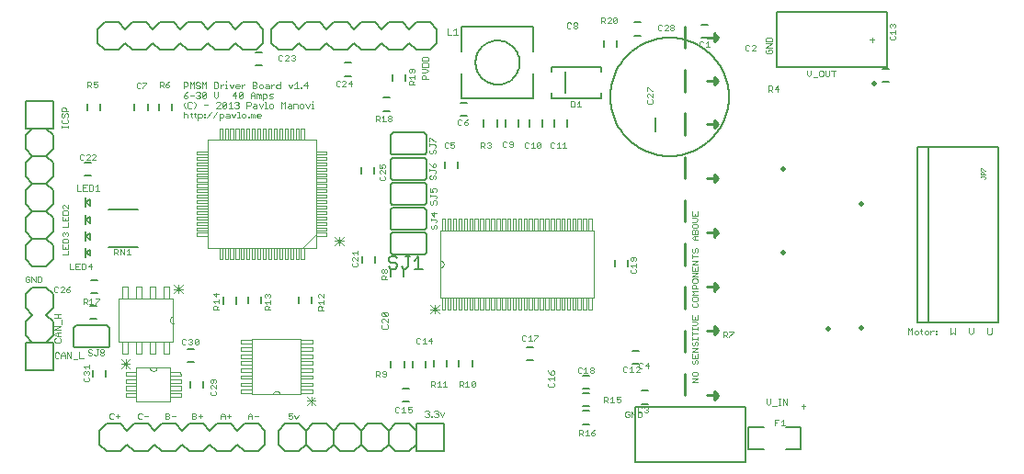
<source format=gto>
G75*
G70*
%OFA0B0*%
%FSLAX24Y24*%
%IPPOS*%
%LPD*%
%AMOC8*
5,1,8,0,0,1.08239X$1,22.5*
%
%ADD10C,0.0020*%
%ADD11C,0.0100*%
%ADD12C,0.0060*%
%ADD13C,0.0040*%
%ADD14C,0.0080*%
%ADD15C,0.0000*%
%ADD16C,0.0030*%
%ADD17C,0.0050*%
%ADD18C,0.0197*%
%ADD19C,0.0010*%
D10*
X003721Y001723D02*
X003758Y001686D01*
X003832Y001686D01*
X003868Y001723D01*
X003942Y001796D02*
X004089Y001796D01*
X004016Y001870D02*
X004016Y001723D01*
X003868Y001870D02*
X003832Y001906D01*
X003758Y001906D01*
X003721Y001870D01*
X003721Y001723D01*
X004753Y001723D02*
X004790Y001686D01*
X004863Y001686D01*
X004900Y001723D01*
X004974Y001796D02*
X005121Y001796D01*
X004900Y001870D02*
X004863Y001906D01*
X004790Y001906D01*
X004753Y001870D01*
X004753Y001723D01*
X005741Y001686D02*
X005851Y001686D01*
X005888Y001723D01*
X005888Y001760D01*
X005851Y001796D01*
X005741Y001796D01*
X005741Y001686D02*
X005741Y001906D01*
X005851Y001906D01*
X005888Y001870D01*
X005888Y001833D01*
X005851Y001796D01*
X005962Y001796D02*
X006109Y001796D01*
X006702Y001796D02*
X006812Y001796D01*
X006849Y001760D01*
X006849Y001723D01*
X006812Y001686D01*
X006702Y001686D01*
X006702Y001906D01*
X006812Y001906D01*
X006849Y001870D01*
X006849Y001833D01*
X006812Y001796D01*
X006923Y001796D02*
X007070Y001796D01*
X006996Y001723D02*
X006996Y001870D01*
X007749Y001833D02*
X007749Y001686D01*
X007749Y001796D02*
X007896Y001796D01*
X007896Y001833D02*
X007896Y001686D01*
X007970Y001796D02*
X008117Y001796D01*
X008043Y001723D02*
X008043Y001870D01*
X007896Y001833D02*
X007822Y001906D01*
X007749Y001833D01*
X008737Y001833D02*
X008737Y001686D01*
X008737Y001796D02*
X008884Y001796D01*
X008884Y001833D02*
X008884Y001686D01*
X008958Y001796D02*
X009105Y001796D01*
X008884Y001833D02*
X008811Y001906D01*
X008737Y001833D01*
X010194Y001796D02*
X010267Y001833D01*
X010304Y001833D01*
X010341Y001796D01*
X010341Y001723D01*
X010304Y001686D01*
X010231Y001686D01*
X010194Y001723D01*
X010194Y001796D02*
X010194Y001906D01*
X010341Y001906D01*
X010415Y001833D02*
X010488Y001686D01*
X010562Y001833D01*
X015151Y001802D02*
X015187Y001765D01*
X015261Y001765D01*
X015297Y001802D01*
X015297Y001838D01*
X015261Y001875D01*
X015224Y001875D01*
X015261Y001875D02*
X015297Y001912D01*
X015297Y001948D01*
X015261Y001985D01*
X015187Y001985D01*
X015151Y001948D01*
X015372Y001802D02*
X015408Y001802D01*
X015408Y001765D01*
X015372Y001765D01*
X015372Y001802D01*
X015482Y001802D02*
X015519Y001765D01*
X015592Y001765D01*
X015629Y001802D01*
X015629Y001838D01*
X015592Y001875D01*
X015556Y001875D01*
X015592Y001875D02*
X015629Y001912D01*
X015629Y001948D01*
X015592Y001985D01*
X015519Y001985D01*
X015482Y001948D01*
X015703Y001912D02*
X015776Y001765D01*
X015850Y001912D01*
X019612Y002891D02*
X019649Y002854D01*
X019796Y002854D01*
X019832Y002891D01*
X019832Y002964D01*
X019796Y003001D01*
X019832Y003075D02*
X019832Y003222D01*
X019832Y003148D02*
X019612Y003148D01*
X019686Y003075D01*
X019649Y003001D02*
X019612Y002964D01*
X019612Y002891D01*
X019722Y003296D02*
X019722Y003406D01*
X019759Y003443D01*
X019796Y003443D01*
X019832Y003406D01*
X019832Y003333D01*
X019796Y003296D01*
X019722Y003296D01*
X019649Y003369D01*
X019612Y003443D01*
X022421Y001937D02*
X022421Y001790D01*
X022457Y001753D01*
X022531Y001753D01*
X022568Y001790D01*
X022568Y001863D01*
X022494Y001863D01*
X022421Y001937D02*
X022457Y001973D01*
X022531Y001973D01*
X022568Y001937D01*
X022642Y001973D02*
X022789Y001753D01*
X022789Y001973D01*
X022863Y001973D02*
X022973Y001973D01*
X023010Y001937D01*
X023010Y001790D01*
X022973Y001753D01*
X022863Y001753D01*
X022863Y001973D01*
X022642Y001973D02*
X022642Y001753D01*
X024836Y003021D02*
X025056Y003168D01*
X024836Y003168D01*
X024872Y003242D02*
X025019Y003242D01*
X025056Y003279D01*
X025056Y003352D01*
X025019Y003389D01*
X024872Y003389D01*
X024836Y003352D01*
X024836Y003279D01*
X024872Y003242D01*
X024836Y003021D02*
X025056Y003021D01*
X025019Y003684D02*
X025056Y003720D01*
X025056Y003794D01*
X025019Y003831D01*
X024982Y003831D01*
X024946Y003794D01*
X024946Y003720D01*
X024909Y003684D01*
X024872Y003684D01*
X024836Y003720D01*
X024836Y003794D01*
X024872Y003831D01*
X024836Y003905D02*
X025056Y003905D01*
X025056Y004052D01*
X025056Y004126D02*
X024836Y004126D01*
X025056Y004273D01*
X024836Y004273D01*
X024872Y004347D02*
X024909Y004347D01*
X024946Y004383D01*
X024946Y004457D01*
X024982Y004494D01*
X025019Y004494D01*
X025056Y004457D01*
X025056Y004383D01*
X025019Y004347D01*
X024872Y004347D02*
X024836Y004383D01*
X024836Y004457D01*
X024872Y004494D01*
X024836Y004568D02*
X024836Y004641D01*
X024836Y004604D02*
X025056Y004604D01*
X025056Y004568D02*
X025056Y004641D01*
X025056Y004788D02*
X024836Y004788D01*
X024836Y004715D02*
X024836Y004862D01*
X024836Y004936D02*
X024836Y005009D01*
X024836Y004973D02*
X025056Y004973D01*
X025056Y005009D02*
X025056Y004936D01*
X024982Y005083D02*
X024836Y005083D01*
X024982Y005083D02*
X025056Y005157D01*
X024982Y005230D01*
X024836Y005230D01*
X024836Y005304D02*
X025056Y005304D01*
X025056Y005451D01*
X024946Y005378D02*
X024946Y005304D01*
X024836Y005304D02*
X024836Y005451D01*
X024872Y005746D02*
X025019Y005746D01*
X025056Y005783D01*
X025056Y005856D01*
X025019Y005893D01*
X025019Y005967D02*
X025056Y006004D01*
X025056Y006077D01*
X025019Y006114D01*
X024872Y006114D01*
X024836Y006077D01*
X024836Y006004D01*
X024872Y005967D01*
X025019Y005967D01*
X024872Y005893D02*
X024836Y005856D01*
X024836Y005783D01*
X024872Y005746D01*
X024836Y006188D02*
X024909Y006262D01*
X024836Y006335D01*
X025056Y006335D01*
X025056Y006409D02*
X024836Y006409D01*
X024836Y006519D01*
X024872Y006556D01*
X024946Y006556D01*
X024982Y006519D01*
X024982Y006409D01*
X025019Y006630D02*
X024872Y006630D01*
X024836Y006667D01*
X024836Y006740D01*
X024872Y006777D01*
X025019Y006777D01*
X025056Y006740D01*
X025056Y006667D01*
X025019Y006630D01*
X025056Y006851D02*
X024836Y006851D01*
X025056Y006998D01*
X024836Y006998D01*
X024836Y007072D02*
X025056Y007072D01*
X025056Y007219D01*
X025056Y007293D02*
X024836Y007293D01*
X025056Y007440D01*
X024836Y007440D01*
X024836Y007514D02*
X024836Y007661D01*
X024836Y007588D02*
X025056Y007588D01*
X025019Y007735D02*
X025056Y007772D01*
X025056Y007845D01*
X025019Y007882D01*
X024982Y007882D01*
X024946Y007845D01*
X024946Y007772D01*
X024909Y007735D01*
X024872Y007735D01*
X024836Y007772D01*
X024836Y007845D01*
X024872Y007882D01*
X024909Y008177D02*
X024836Y008251D01*
X024909Y008324D01*
X025056Y008324D01*
X025056Y008398D02*
X024836Y008398D01*
X024836Y008508D01*
X024872Y008545D01*
X024909Y008545D01*
X024946Y008508D01*
X024946Y008398D01*
X024946Y008324D02*
X024946Y008177D01*
X024909Y008177D02*
X025056Y008177D01*
X025056Y008398D02*
X025056Y008508D01*
X025019Y008545D01*
X024982Y008545D01*
X024946Y008508D01*
X025019Y008619D02*
X025056Y008656D01*
X025056Y008729D01*
X025019Y008766D01*
X024872Y008766D01*
X024836Y008729D01*
X024836Y008656D01*
X024872Y008619D01*
X025019Y008619D01*
X024982Y008840D02*
X024836Y008840D01*
X024982Y008840D02*
X025056Y008914D01*
X024982Y008987D01*
X024836Y008987D01*
X024836Y009061D02*
X025056Y009061D01*
X025056Y009208D01*
X024946Y009135D02*
X024946Y009061D01*
X024836Y009061D02*
X024836Y009208D01*
X024836Y007219D02*
X024836Y007072D01*
X024946Y007072D02*
X024946Y007146D01*
X025056Y006188D02*
X024836Y006188D01*
X025963Y004861D02*
X026073Y004861D01*
X026109Y004824D01*
X026109Y004751D01*
X026073Y004714D01*
X025963Y004714D01*
X026036Y004714D02*
X026109Y004641D01*
X026184Y004641D02*
X026184Y004678D01*
X026330Y004824D01*
X026330Y004861D01*
X026184Y004861D01*
X025963Y004861D02*
X025963Y004641D01*
X024836Y004052D02*
X024836Y003905D01*
X024946Y003905D02*
X024946Y003978D01*
X027533Y002407D02*
X027533Y002260D01*
X027607Y002186D01*
X027680Y002260D01*
X027680Y002407D01*
X027975Y002407D02*
X028049Y002407D01*
X028012Y002407D02*
X028012Y002186D01*
X027975Y002186D02*
X028049Y002186D01*
X028123Y002186D02*
X028123Y002407D01*
X028269Y002186D01*
X028269Y002407D01*
X028870Y002216D02*
X028870Y002069D01*
X028943Y002143D02*
X028796Y002143D01*
X027901Y002150D02*
X027754Y002150D01*
X032670Y004757D02*
X032670Y004977D01*
X032744Y004904D01*
X032817Y004977D01*
X032817Y004757D01*
X032891Y004794D02*
X032891Y004867D01*
X032928Y004904D01*
X033001Y004904D01*
X033038Y004867D01*
X033038Y004794D01*
X033001Y004757D01*
X032928Y004757D01*
X032891Y004794D01*
X033112Y004904D02*
X033186Y004904D01*
X033149Y004941D02*
X033149Y004794D01*
X033186Y004757D01*
X033260Y004794D02*
X033260Y004867D01*
X033296Y004904D01*
X033370Y004904D01*
X033406Y004867D01*
X033406Y004794D01*
X033370Y004757D01*
X033296Y004757D01*
X033260Y004794D01*
X033481Y004830D02*
X033554Y004904D01*
X033591Y004904D01*
X033665Y004904D02*
X033665Y004867D01*
X033701Y004867D01*
X033701Y004904D01*
X033665Y004904D01*
X033665Y004794D02*
X033665Y004757D01*
X033701Y004757D01*
X033701Y004794D01*
X033665Y004794D01*
X033481Y004757D02*
X033481Y004904D01*
X034217Y004977D02*
X034217Y004757D01*
X034291Y004830D01*
X034364Y004757D01*
X034364Y004977D01*
X034880Y004977D02*
X034880Y004830D01*
X034954Y004757D01*
X035027Y004830D01*
X035027Y004977D01*
X035543Y004977D02*
X035543Y004794D01*
X035580Y004757D01*
X035653Y004757D01*
X035690Y004794D01*
X035690Y004977D01*
X023412Y013170D02*
X023376Y013134D01*
X023229Y013134D01*
X023192Y013170D01*
X023192Y013244D01*
X023229Y013280D01*
X023229Y013355D02*
X023192Y013391D01*
X023192Y013465D01*
X023229Y013501D01*
X023266Y013501D01*
X023412Y013355D01*
X023412Y013501D01*
X023412Y013576D02*
X023376Y013576D01*
X023229Y013722D01*
X023192Y013722D01*
X023192Y013576D01*
X023376Y013280D02*
X023412Y013244D01*
X023412Y013170D01*
X027608Y013558D02*
X027608Y013778D01*
X027718Y013778D01*
X027755Y013742D01*
X027755Y013668D01*
X027718Y013632D01*
X027608Y013632D01*
X027682Y013632D02*
X027755Y013558D01*
X027829Y013668D02*
X027976Y013668D01*
X027939Y013558D02*
X027939Y013778D01*
X027829Y013668D01*
X029002Y014189D02*
X029076Y014115D01*
X029149Y014189D01*
X029149Y014336D01*
X029002Y014336D02*
X029002Y014189D01*
X029223Y014079D02*
X029370Y014079D01*
X029444Y014152D02*
X029481Y014115D01*
X029554Y014115D01*
X029591Y014152D01*
X029591Y014299D01*
X029554Y014336D01*
X029481Y014336D01*
X029444Y014299D01*
X029444Y014152D01*
X029665Y014152D02*
X029702Y014115D01*
X029775Y014115D01*
X029812Y014152D01*
X029812Y014336D01*
X029886Y014336D02*
X030033Y014336D01*
X029960Y014336D02*
X029960Y014115D01*
X029665Y014152D02*
X029665Y014336D01*
X031288Y015442D02*
X031435Y015442D01*
X031362Y015515D02*
X031362Y015369D01*
X027729Y015384D02*
X027729Y015494D01*
X027692Y015531D01*
X027546Y015531D01*
X027509Y015494D01*
X027509Y015384D01*
X027729Y015384D01*
X027729Y015310D02*
X027509Y015310D01*
X027509Y015163D02*
X027729Y015310D01*
X027729Y015163D02*
X027509Y015163D01*
X027546Y015089D02*
X027509Y015052D01*
X027509Y014979D01*
X027546Y014942D01*
X027692Y014942D01*
X027729Y014979D01*
X027729Y015052D01*
X027692Y015089D01*
X027619Y015089D01*
X027619Y015015D01*
X020672Y015893D02*
X020635Y015857D01*
X020562Y015857D01*
X020525Y015893D01*
X020525Y015930D01*
X020562Y015967D01*
X020635Y015967D01*
X020672Y015930D01*
X020672Y015893D01*
X020635Y015967D02*
X020672Y016003D01*
X020672Y016040D01*
X020635Y016077D01*
X020562Y016077D01*
X020525Y016040D01*
X020525Y016003D01*
X020562Y015967D01*
X020451Y016040D02*
X020414Y016077D01*
X020341Y016077D01*
X020304Y016040D01*
X020304Y015893D01*
X020341Y015857D01*
X020414Y015857D01*
X020451Y015893D01*
X016333Y015627D02*
X016187Y015627D01*
X016260Y015627D02*
X016260Y015847D01*
X016187Y015774D01*
X016112Y015627D02*
X015966Y015627D01*
X015966Y015847D01*
X015224Y014835D02*
X015077Y014835D01*
X015040Y014798D01*
X015040Y014688D01*
X015261Y014688D01*
X015261Y014798D01*
X015224Y014835D01*
X015224Y014614D02*
X015077Y014614D01*
X015040Y014577D01*
X015040Y014467D01*
X015261Y014467D01*
X015261Y014577D01*
X015224Y014614D01*
X015187Y014393D02*
X015040Y014393D01*
X015187Y014393D02*
X015261Y014319D01*
X015187Y014246D01*
X015040Y014246D01*
X015077Y014172D02*
X015150Y014172D01*
X015187Y014135D01*
X015187Y014025D01*
X015261Y014025D02*
X015040Y014025D01*
X015040Y014135D01*
X015077Y014172D01*
X011080Y013224D02*
X011080Y013188D01*
X011080Y013114D02*
X011080Y012967D01*
X011043Y012967D02*
X011117Y012967D01*
X011080Y013114D02*
X011043Y013114D01*
X010969Y013114D02*
X010896Y012967D01*
X010822Y013114D01*
X010748Y013078D02*
X010711Y013114D01*
X010638Y013114D01*
X010601Y013078D01*
X010601Y013004D01*
X010638Y012967D01*
X010711Y012967D01*
X010748Y013004D01*
X010748Y013078D01*
X010527Y013078D02*
X010527Y012967D01*
X010527Y013078D02*
X010490Y013114D01*
X010380Y013114D01*
X010380Y012967D01*
X010306Y012967D02*
X010196Y012967D01*
X010159Y013004D01*
X010196Y013041D01*
X010306Y013041D01*
X010306Y013078D02*
X010306Y012967D01*
X010306Y013078D02*
X010269Y013114D01*
X010196Y013114D01*
X010085Y013188D02*
X010085Y012967D01*
X009938Y012967D02*
X009938Y013188D01*
X010012Y013114D01*
X010085Y013188D01*
X009643Y013078D02*
X009607Y013114D01*
X009533Y013114D01*
X009496Y013078D01*
X009496Y013004D01*
X009533Y012967D01*
X009607Y012967D01*
X009643Y013004D01*
X009643Y013078D01*
X009423Y012967D02*
X009349Y012967D01*
X009386Y012967D02*
X009386Y013188D01*
X009349Y013188D01*
X009275Y013254D02*
X009275Y013474D01*
X009386Y013474D01*
X009422Y013438D01*
X009422Y013364D01*
X009386Y013327D01*
X009275Y013327D01*
X009201Y013327D02*
X009201Y013438D01*
X009165Y013474D01*
X009128Y013438D01*
X009128Y013327D01*
X009054Y013327D02*
X009054Y013474D01*
X009091Y013474D01*
X009128Y013438D01*
X008980Y013438D02*
X008833Y013438D01*
X008833Y013474D02*
X008907Y013548D01*
X008980Y013474D01*
X008980Y013327D01*
X008833Y013327D02*
X008833Y013474D01*
X008796Y013188D02*
X008833Y013151D01*
X008833Y013078D01*
X008796Y013041D01*
X008686Y013041D01*
X008686Y012967D02*
X008686Y013188D01*
X008796Y013188D01*
X008944Y013114D02*
X009017Y013114D01*
X009054Y013078D01*
X009054Y012967D01*
X008944Y012967D01*
X008907Y013004D01*
X008944Y013041D01*
X009054Y013041D01*
X009128Y013114D02*
X009202Y012967D01*
X009275Y013114D01*
X009496Y013327D02*
X009607Y013327D01*
X009643Y013364D01*
X009607Y013401D01*
X009533Y013401D01*
X009496Y013438D01*
X009533Y013474D01*
X009643Y013474D01*
X009570Y013687D02*
X009570Y013834D01*
X009570Y013761D02*
X009643Y013834D01*
X009680Y013834D01*
X009754Y013798D02*
X009791Y013834D01*
X009901Y013834D01*
X009901Y013908D02*
X009901Y013687D01*
X009791Y013687D01*
X009754Y013724D01*
X009754Y013798D01*
X009496Y013798D02*
X009459Y013834D01*
X009386Y013834D01*
X009386Y013761D02*
X009349Y013724D01*
X009386Y013687D01*
X009496Y013687D01*
X009496Y013798D01*
X009496Y013761D02*
X009386Y013761D01*
X009275Y013798D02*
X009238Y013834D01*
X009165Y013834D01*
X009128Y013798D01*
X009128Y013724D01*
X009165Y013687D01*
X009238Y013687D01*
X009275Y013724D01*
X009275Y013798D01*
X009054Y013834D02*
X009017Y013798D01*
X008907Y013798D01*
X008907Y013908D02*
X008907Y013687D01*
X009017Y013687D01*
X009054Y013724D01*
X009054Y013761D01*
X009017Y013798D01*
X009054Y013834D02*
X009054Y013871D01*
X009017Y013908D01*
X008907Y013908D01*
X008612Y013834D02*
X008575Y013834D01*
X008502Y013761D01*
X008502Y013834D02*
X008502Y013687D01*
X008428Y013761D02*
X008281Y013761D01*
X008281Y013798D02*
X008318Y013834D01*
X008391Y013834D01*
X008428Y013798D01*
X008428Y013761D01*
X008391Y013687D02*
X008318Y013687D01*
X008281Y013724D01*
X008281Y013798D01*
X008207Y013834D02*
X008133Y013687D01*
X008060Y013834D01*
X007949Y013834D02*
X007949Y013687D01*
X007913Y013687D02*
X007986Y013687D01*
X007949Y013834D02*
X007913Y013834D01*
X007839Y013834D02*
X007802Y013834D01*
X007729Y013761D01*
X007729Y013834D02*
X007729Y013687D01*
X007654Y013724D02*
X007654Y013871D01*
X007618Y013908D01*
X007508Y013908D01*
X007508Y013687D01*
X007618Y013687D01*
X007654Y013724D01*
X007654Y013548D02*
X007654Y013401D01*
X007581Y013327D01*
X007508Y013401D01*
X007508Y013548D01*
X007212Y013511D02*
X007066Y013364D01*
X007102Y013327D01*
X007176Y013327D01*
X007212Y013364D01*
X007212Y013511D01*
X007176Y013548D01*
X007102Y013548D01*
X007066Y013511D01*
X007066Y013364D01*
X006991Y013364D02*
X006955Y013327D01*
X006881Y013327D01*
X006845Y013364D01*
X006918Y013438D02*
X006955Y013438D01*
X006991Y013401D01*
X006991Y013364D01*
X006955Y013438D02*
X006991Y013474D01*
X006991Y013511D01*
X006955Y013548D01*
X006881Y013548D01*
X006845Y013511D01*
X006770Y013438D02*
X006624Y013438D01*
X006549Y013401D02*
X006513Y013438D01*
X006403Y013438D01*
X006403Y013364D01*
X006439Y013327D01*
X006513Y013327D01*
X006549Y013364D01*
X006549Y013401D01*
X006476Y013511D02*
X006403Y013438D01*
X006476Y013511D02*
X006549Y013548D01*
X006624Y013687D02*
X006624Y013908D01*
X006697Y013834D01*
X006770Y013908D01*
X006770Y013687D01*
X006845Y013724D02*
X006881Y013687D01*
X006955Y013687D01*
X006991Y013724D01*
X006991Y013761D01*
X006955Y013798D01*
X006881Y013798D01*
X006845Y013834D01*
X006845Y013871D01*
X006881Y013908D01*
X006955Y013908D01*
X006991Y013871D01*
X007066Y013908D02*
X007139Y013834D01*
X007212Y013908D01*
X007212Y013687D01*
X007066Y013687D02*
X007066Y013908D01*
X006549Y013871D02*
X006549Y013798D01*
X006513Y013761D01*
X006403Y013761D01*
X006403Y013687D02*
X006403Y013908D01*
X006513Y013908D01*
X006549Y013871D01*
X006587Y013188D02*
X006550Y013151D01*
X006550Y013004D01*
X006587Y012967D01*
X006660Y012967D01*
X006697Y013004D01*
X006771Y012967D02*
X006844Y013041D01*
X006844Y013114D01*
X006771Y013188D01*
X006697Y013151D02*
X006660Y013188D01*
X006587Y013188D01*
X006476Y013188D02*
X006403Y013114D01*
X006403Y013041D01*
X006476Y012967D01*
X006403Y012828D02*
X006403Y012607D01*
X006403Y012718D02*
X006439Y012754D01*
X006513Y012754D01*
X006549Y012718D01*
X006549Y012607D01*
X006660Y012644D02*
X006697Y012607D01*
X006660Y012644D02*
X006660Y012791D01*
X006624Y012754D02*
X006697Y012754D01*
X006771Y012754D02*
X006844Y012754D01*
X006808Y012791D02*
X006808Y012644D01*
X006844Y012607D01*
X006918Y012607D02*
X007028Y012607D01*
X007065Y012644D01*
X007065Y012718D01*
X007028Y012754D01*
X006918Y012754D01*
X006918Y012534D01*
X007139Y012607D02*
X007139Y012644D01*
X007176Y012644D01*
X007176Y012607D01*
X007139Y012607D01*
X007139Y012718D02*
X007139Y012754D01*
X007176Y012754D01*
X007176Y012718D01*
X007139Y012718D01*
X007250Y012607D02*
X007397Y012828D01*
X007617Y012828D02*
X007471Y012607D01*
X007692Y012607D02*
X007802Y012607D01*
X007838Y012644D01*
X007838Y012718D01*
X007802Y012754D01*
X007692Y012754D01*
X007692Y012534D01*
X007913Y012644D02*
X007949Y012681D01*
X008059Y012681D01*
X008059Y012718D02*
X008059Y012607D01*
X007949Y012607D01*
X007913Y012644D01*
X007949Y012754D02*
X008023Y012754D01*
X008059Y012718D01*
X008134Y012754D02*
X008207Y012607D01*
X008280Y012754D01*
X008355Y012828D02*
X008391Y012828D01*
X008391Y012607D01*
X008355Y012607D02*
X008428Y012607D01*
X008502Y012644D02*
X008539Y012607D01*
X008612Y012607D01*
X008649Y012644D01*
X008649Y012718D01*
X008612Y012754D01*
X008539Y012754D01*
X008502Y012718D01*
X008502Y012644D01*
X008723Y012644D02*
X008760Y012644D01*
X008760Y012607D01*
X008723Y012607D01*
X008723Y012644D01*
X008833Y012607D02*
X008833Y012754D01*
X008870Y012754D01*
X008907Y012718D01*
X008944Y012754D01*
X008980Y012718D01*
X008980Y012607D01*
X008907Y012607D02*
X008907Y012718D01*
X009054Y012718D02*
X009054Y012644D01*
X009091Y012607D01*
X009165Y012607D01*
X009201Y012681D02*
X009054Y012681D01*
X009054Y012718D02*
X009091Y012754D01*
X009165Y012754D01*
X009201Y012718D01*
X009201Y012681D01*
X008391Y013004D02*
X008354Y012967D01*
X008281Y012967D01*
X008244Y013004D01*
X008170Y012967D02*
X008023Y012967D01*
X008097Y012967D02*
X008097Y013188D01*
X008023Y013114D01*
X007949Y013151D02*
X007802Y013004D01*
X007839Y012967D01*
X007912Y012967D01*
X007949Y013004D01*
X007949Y013151D01*
X007912Y013188D01*
X007839Y013188D01*
X007802Y013151D01*
X007802Y013004D01*
X007728Y012967D02*
X007581Y012967D01*
X007728Y013114D01*
X007728Y013151D01*
X007691Y013188D01*
X007618Y013188D01*
X007581Y013151D01*
X007286Y013078D02*
X007139Y013078D01*
X008171Y013438D02*
X008281Y013548D01*
X008281Y013327D01*
X008317Y013438D02*
X008171Y013438D01*
X008391Y013511D02*
X008428Y013548D01*
X008502Y013548D01*
X008538Y013511D01*
X008391Y013364D01*
X008428Y013327D01*
X008502Y013327D01*
X008538Y013364D01*
X008538Y013511D01*
X008391Y013511D02*
X008391Y013364D01*
X008354Y013188D02*
X008281Y013188D01*
X008244Y013151D01*
X008318Y013078D02*
X008354Y013078D01*
X008391Y013041D01*
X008391Y013004D01*
X008354Y013078D02*
X008391Y013114D01*
X008391Y013151D01*
X008354Y013188D01*
X007949Y013908D02*
X007949Y013944D01*
X010196Y013834D02*
X010270Y013687D01*
X010343Y013834D01*
X010417Y013834D02*
X010491Y013908D01*
X010491Y013687D01*
X010564Y013687D02*
X010417Y013687D01*
X010638Y013687D02*
X010675Y013687D01*
X010675Y013724D01*
X010638Y013724D01*
X010638Y013687D01*
X010749Y013798D02*
X010895Y013798D01*
X010859Y013908D02*
X010859Y013687D01*
X010749Y013798D02*
X010859Y013908D01*
X015317Y011900D02*
X015354Y011900D01*
X015500Y011753D01*
X015537Y011753D01*
X015500Y011642D02*
X015317Y011642D01*
X015317Y011605D02*
X015317Y011679D01*
X015317Y011753D02*
X015317Y011900D01*
X015500Y011642D02*
X015537Y011605D01*
X015537Y011569D01*
X015500Y011532D01*
X015500Y011458D02*
X015537Y011421D01*
X015537Y011348D01*
X015500Y011311D01*
X015427Y011348D02*
X015390Y011311D01*
X015354Y011311D01*
X015317Y011348D01*
X015317Y011421D01*
X015354Y011458D01*
X015427Y011421D02*
X015464Y011458D01*
X015500Y011458D01*
X015427Y011421D02*
X015427Y011348D01*
X015468Y010971D02*
X015431Y010934D01*
X015431Y010824D01*
X015504Y010824D01*
X015541Y010861D01*
X015541Y010934D01*
X015504Y010971D01*
X015468Y010971D01*
X015358Y010897D02*
X015431Y010824D01*
X015358Y010897D02*
X015321Y010971D01*
X015321Y010750D02*
X015321Y010676D01*
X015321Y010713D02*
X015504Y010713D01*
X015541Y010676D01*
X015541Y010640D01*
X015504Y010603D01*
X015504Y010529D02*
X015541Y010492D01*
X015541Y010419D01*
X015504Y010382D01*
X015431Y010419D02*
X015431Y010492D01*
X015468Y010529D01*
X015504Y010529D01*
X015431Y010419D02*
X015394Y010382D01*
X015358Y010382D01*
X015321Y010419D01*
X015321Y010492D01*
X015358Y010529D01*
X015341Y010057D02*
X015341Y009910D01*
X015451Y009910D01*
X015414Y009984D01*
X015414Y010021D01*
X015451Y010057D01*
X015524Y010057D01*
X015561Y010021D01*
X015561Y009947D01*
X015524Y009910D01*
X015524Y009800D02*
X015341Y009800D01*
X015341Y009836D02*
X015341Y009763D01*
X015377Y009615D02*
X015341Y009579D01*
X015341Y009505D01*
X015377Y009468D01*
X015414Y009468D01*
X015451Y009505D01*
X015451Y009579D01*
X015487Y009615D01*
X015524Y009615D01*
X015561Y009579D01*
X015561Y009505D01*
X015524Y009468D01*
X015474Y009179D02*
X015474Y009033D01*
X015364Y009143D01*
X015584Y009143D01*
X015548Y008922D02*
X015364Y008922D01*
X015364Y008958D02*
X015364Y008885D01*
X015401Y008737D02*
X015364Y008701D01*
X015364Y008627D01*
X015401Y008591D01*
X015438Y008591D01*
X015474Y008627D01*
X015474Y008701D01*
X015511Y008737D01*
X015548Y008737D01*
X015584Y008701D01*
X015584Y008627D01*
X015548Y008591D01*
X015548Y008812D02*
X015584Y008848D01*
X015584Y008885D01*
X015548Y008922D01*
X015524Y009689D02*
X015561Y009726D01*
X015561Y009763D01*
X015524Y009800D01*
X013768Y005557D02*
X013621Y005557D01*
X013768Y005410D01*
X013805Y005447D01*
X013805Y005520D01*
X013768Y005557D01*
X013621Y005557D02*
X013585Y005520D01*
X013585Y005447D01*
X013621Y005410D01*
X013768Y005410D01*
X013805Y005336D02*
X013805Y005189D01*
X013658Y005336D01*
X013621Y005336D01*
X013585Y005299D01*
X013585Y005226D01*
X013621Y005189D01*
X013621Y005115D02*
X013585Y005078D01*
X013585Y005005D01*
X013621Y004968D01*
X013768Y004968D01*
X013805Y005005D01*
X013805Y005078D01*
X013768Y005115D01*
X003522Y004180D02*
X003522Y004143D01*
X003485Y004106D01*
X003412Y004106D01*
X003375Y004143D01*
X003375Y004180D01*
X003412Y004216D01*
X003485Y004216D01*
X003522Y004180D01*
X003485Y004106D02*
X003522Y004070D01*
X003522Y004033D01*
X003485Y003996D01*
X003412Y003996D01*
X003375Y004033D01*
X003375Y004070D01*
X003412Y004106D01*
X003301Y004216D02*
X003227Y004216D01*
X003264Y004216D02*
X003264Y004033D01*
X003227Y003996D01*
X003191Y003996D01*
X003154Y004033D01*
X003080Y004033D02*
X003043Y003996D01*
X002970Y003996D01*
X002933Y004033D01*
X002970Y004106D02*
X003043Y004106D01*
X003080Y004070D01*
X003080Y004033D01*
X002970Y004106D02*
X002933Y004143D01*
X002933Y004180D01*
X002970Y004216D01*
X003043Y004216D01*
X003080Y004180D01*
X002617Y004107D02*
X002617Y003887D01*
X002764Y003887D01*
X002543Y003850D02*
X002396Y003850D01*
X002322Y003887D02*
X002322Y004107D01*
X002175Y004107D02*
X002322Y003887D01*
X002175Y003887D02*
X002175Y004107D01*
X002101Y004034D02*
X002101Y003887D01*
X002101Y003997D02*
X001954Y003997D01*
X001954Y004034D02*
X001954Y003887D01*
X001880Y003924D02*
X001843Y003887D01*
X001770Y003887D01*
X001733Y003924D01*
X001733Y004070D01*
X001770Y004107D01*
X001843Y004107D01*
X001880Y004070D01*
X001954Y004034D02*
X002028Y004107D01*
X002101Y004034D01*
X001905Y004466D02*
X001758Y004466D01*
X001721Y004502D01*
X001721Y004576D01*
X001758Y004613D01*
X001795Y004687D02*
X001721Y004760D01*
X001795Y004833D01*
X001942Y004833D01*
X001942Y004908D02*
X001721Y004908D01*
X001942Y005054D01*
X001721Y005054D01*
X001832Y004833D02*
X001832Y004687D01*
X001795Y004687D02*
X001942Y004687D01*
X001905Y004613D02*
X001942Y004576D01*
X001942Y004502D01*
X001905Y004466D01*
X001978Y005129D02*
X001978Y005275D01*
X001942Y005350D02*
X001721Y005350D01*
X001832Y005350D02*
X001832Y005496D01*
X001942Y005496D02*
X001721Y005496D01*
X001215Y006643D02*
X001251Y006680D01*
X001251Y006826D01*
X001215Y006863D01*
X001104Y006863D01*
X001104Y006643D01*
X001215Y006643D01*
X001030Y006643D02*
X001030Y006863D01*
X000883Y006863D02*
X001030Y006643D01*
X000883Y006643D02*
X000883Y006863D01*
X000809Y006826D02*
X000773Y006863D01*
X000699Y006863D01*
X000662Y006826D01*
X000662Y006680D01*
X000699Y006643D01*
X000773Y006643D01*
X000809Y006680D01*
X000809Y006753D01*
X000736Y006753D01*
X002264Y007109D02*
X002410Y007109D01*
X002485Y007109D02*
X002631Y007109D01*
X002706Y007109D02*
X002816Y007109D01*
X002852Y007146D01*
X002852Y007293D01*
X002816Y007330D01*
X002706Y007330D01*
X002706Y007109D01*
X002558Y007219D02*
X002485Y007219D01*
X002485Y007109D02*
X002485Y007330D01*
X002631Y007330D01*
X002926Y007219D02*
X003073Y007219D01*
X003037Y007109D02*
X003037Y007330D01*
X002926Y007219D01*
X002264Y007330D02*
X002264Y007109D01*
X002221Y007646D02*
X002001Y007646D01*
X002221Y007646D02*
X002221Y007792D01*
X002221Y007867D02*
X002001Y007867D01*
X002001Y008013D01*
X002001Y008088D02*
X002001Y008198D01*
X002038Y008234D01*
X002184Y008234D01*
X002221Y008198D01*
X002221Y008088D01*
X002001Y008088D01*
X002111Y007940D02*
X002111Y007867D01*
X002221Y007867D02*
X002221Y008013D01*
X002184Y008308D02*
X002221Y008345D01*
X002221Y008419D01*
X002184Y008455D01*
X002148Y008455D01*
X002111Y008419D01*
X002111Y008382D01*
X002111Y008419D02*
X002074Y008455D01*
X002038Y008455D01*
X002001Y008419D01*
X002001Y008345D01*
X002038Y008308D01*
X002001Y008661D02*
X002221Y008661D01*
X002221Y008808D01*
X002221Y008882D02*
X002001Y008882D01*
X002001Y009029D01*
X002001Y009103D02*
X002001Y009213D01*
X002038Y009250D01*
X002184Y009250D01*
X002221Y009213D01*
X002221Y009103D01*
X002001Y009103D01*
X002111Y008956D02*
X002111Y008882D01*
X002221Y008882D02*
X002221Y009029D01*
X002221Y009324D02*
X002074Y009471D01*
X002038Y009471D01*
X002001Y009434D01*
X002001Y009361D01*
X002038Y009324D01*
X002221Y009324D02*
X002221Y009471D01*
X002532Y009964D02*
X002679Y009964D01*
X002753Y009964D02*
X002900Y009964D01*
X002974Y009964D02*
X003084Y009964D01*
X003120Y010001D01*
X003120Y010147D01*
X003084Y010184D01*
X002974Y010184D01*
X002974Y009964D01*
X002826Y010074D02*
X002753Y010074D01*
X002753Y010184D02*
X002753Y009964D01*
X002532Y009964D02*
X002532Y010184D01*
X002753Y010184D02*
X002900Y010184D01*
X003195Y010111D02*
X003268Y010184D01*
X003268Y009964D01*
X003195Y009964D02*
X003341Y009964D01*
X002198Y012261D02*
X002198Y012334D01*
X002198Y012298D02*
X001977Y012298D01*
X001977Y012334D02*
X001977Y012261D01*
X002014Y012408D02*
X002161Y012408D01*
X002198Y012445D01*
X002198Y012518D01*
X002161Y012555D01*
X002161Y012629D02*
X002198Y012666D01*
X002198Y012739D01*
X002161Y012776D01*
X002124Y012776D01*
X002087Y012739D01*
X002087Y012666D01*
X002051Y012629D01*
X002014Y012629D01*
X001977Y012666D01*
X001977Y012739D01*
X002014Y012776D01*
X001977Y012850D02*
X001977Y012960D01*
X002014Y012997D01*
X002087Y012997D01*
X002124Y012960D01*
X002124Y012850D01*
X002198Y012850D02*
X001977Y012850D01*
X002014Y012555D02*
X001977Y012518D01*
X001977Y012445D01*
X002014Y012408D01*
D11*
X024589Y012779D02*
X024589Y011991D01*
X025377Y012385D02*
X025771Y012385D01*
X025771Y012389D01*
X025633Y012527D01*
X025633Y012243D01*
X025771Y012381D01*
X024589Y011204D02*
X024589Y010416D01*
X025377Y010416D02*
X025771Y010416D01*
X025771Y010420D01*
X025633Y010558D01*
X025633Y010275D01*
X025771Y010412D01*
X024589Y009629D02*
X024589Y008842D01*
X025377Y008448D02*
X025771Y008448D01*
X025771Y008452D01*
X025633Y008590D01*
X025633Y008306D01*
X025771Y008444D01*
X024589Y008054D02*
X024589Y007267D01*
X025633Y006621D02*
X025633Y006338D01*
X025771Y006475D01*
X025771Y006479D02*
X025771Y006483D01*
X025633Y006621D01*
X025771Y006479D02*
X025377Y006479D01*
X024589Y006479D02*
X024589Y005692D01*
X025633Y005046D02*
X025633Y004763D01*
X025771Y004901D01*
X025771Y004905D02*
X025771Y004908D01*
X025633Y005046D01*
X025771Y004905D02*
X025377Y004905D01*
X024589Y004905D02*
X024589Y004117D01*
X024589Y003330D02*
X024589Y002542D01*
X025377Y002542D02*
X025771Y002542D01*
X025771Y002546D01*
X025633Y002684D01*
X025633Y002401D01*
X025771Y002538D01*
X024589Y013566D02*
X024589Y014353D01*
X025377Y013960D02*
X025771Y013960D01*
X025771Y013964D01*
X025633Y014101D01*
X025633Y013818D01*
X025771Y013956D01*
X024589Y015141D02*
X024589Y015928D01*
X025377Y015534D02*
X025771Y015534D01*
X025771Y015538D01*
X025633Y015676D01*
X025633Y015393D01*
X025771Y015531D01*
D12*
X025408Y015515D02*
X025172Y015515D01*
X025172Y015987D02*
X025408Y015987D01*
X022975Y016078D02*
X022739Y016078D01*
X022739Y015605D02*
X022975Y015605D01*
X022117Y015440D02*
X022117Y015204D01*
X021645Y015204D02*
X021645Y015440D01*
X016660Y013172D02*
X016424Y013172D01*
X016424Y012700D02*
X016660Y012700D01*
X017286Y012542D02*
X017286Y012306D01*
X017759Y012306D02*
X017759Y012542D01*
X018062Y012542D02*
X018062Y012306D01*
X018534Y012306D02*
X018534Y012542D01*
X018940Y012542D02*
X018940Y012306D01*
X019412Y012306D02*
X019412Y012542D01*
X019826Y012542D02*
X019826Y012306D01*
X020298Y012306D02*
X020298Y012542D01*
X016330Y011015D02*
X016330Y010779D01*
X015857Y010779D02*
X015857Y011015D01*
X015200Y011063D02*
X015200Y010463D01*
X015198Y010446D01*
X015194Y010429D01*
X015187Y010413D01*
X015177Y010399D01*
X015164Y010386D01*
X015150Y010376D01*
X015134Y010369D01*
X015117Y010365D01*
X015100Y010363D01*
X014000Y010363D01*
X013983Y010365D01*
X013966Y010369D01*
X013950Y010376D01*
X013936Y010386D01*
X013923Y010399D01*
X013913Y010413D01*
X013906Y010429D01*
X013902Y010446D01*
X013900Y010463D01*
X013900Y011063D01*
X013902Y011080D01*
X013906Y011097D01*
X013913Y011113D01*
X013923Y011127D01*
X013936Y011140D01*
X013950Y011150D01*
X013966Y011157D01*
X013983Y011161D01*
X014000Y011163D01*
X015100Y011163D01*
X015117Y011161D01*
X015134Y011157D01*
X015150Y011150D01*
X015164Y011140D01*
X015177Y011127D01*
X015187Y011113D01*
X015194Y011097D01*
X015198Y011080D01*
X015200Y011063D01*
X015100Y011276D02*
X014000Y011276D01*
X013983Y011278D01*
X013966Y011282D01*
X013950Y011289D01*
X013936Y011299D01*
X013923Y011312D01*
X013913Y011326D01*
X013906Y011342D01*
X013902Y011359D01*
X013900Y011376D01*
X013900Y011976D01*
X013902Y011993D01*
X013906Y012010D01*
X013913Y012026D01*
X013923Y012040D01*
X013936Y012053D01*
X013950Y012063D01*
X013966Y012070D01*
X013983Y012074D01*
X014000Y012076D01*
X015100Y012076D01*
X015117Y012074D01*
X015134Y012070D01*
X015150Y012063D01*
X015164Y012053D01*
X015177Y012040D01*
X015187Y012026D01*
X015194Y012010D01*
X015198Y011993D01*
X015200Y011976D01*
X015200Y011376D01*
X015198Y011359D01*
X015194Y011342D01*
X015187Y011326D01*
X015177Y011312D01*
X015164Y011299D01*
X015150Y011289D01*
X015134Y011282D01*
X015117Y011278D01*
X015100Y011276D01*
X013306Y010838D02*
X013306Y010601D01*
X012834Y010601D02*
X012834Y010838D01*
X014000Y010257D02*
X015100Y010257D01*
X015117Y010255D01*
X015134Y010251D01*
X015150Y010244D01*
X015164Y010234D01*
X015177Y010221D01*
X015187Y010207D01*
X015194Y010191D01*
X015198Y010174D01*
X015200Y010157D01*
X015200Y009557D01*
X015198Y009540D01*
X015194Y009523D01*
X015187Y009507D01*
X015177Y009493D01*
X015164Y009480D01*
X015150Y009470D01*
X015134Y009463D01*
X015117Y009459D01*
X015100Y009457D01*
X014000Y009457D01*
X013983Y009459D01*
X013966Y009463D01*
X013950Y009470D01*
X013936Y009480D01*
X013923Y009493D01*
X013913Y009507D01*
X013906Y009523D01*
X013902Y009540D01*
X013900Y009557D01*
X013900Y010157D01*
X013902Y010174D01*
X013906Y010191D01*
X013913Y010207D01*
X013923Y010221D01*
X013936Y010234D01*
X013950Y010244D01*
X013966Y010251D01*
X013983Y010255D01*
X014000Y010257D01*
X014000Y009352D02*
X015100Y009352D01*
X015117Y009350D01*
X015134Y009346D01*
X015150Y009339D01*
X015164Y009329D01*
X015177Y009316D01*
X015187Y009302D01*
X015194Y009286D01*
X015198Y009269D01*
X015200Y009252D01*
X015200Y008652D01*
X015198Y008635D01*
X015194Y008618D01*
X015187Y008602D01*
X015177Y008588D01*
X015164Y008575D01*
X015150Y008565D01*
X015134Y008558D01*
X015117Y008554D01*
X015100Y008552D01*
X014000Y008552D01*
X014000Y008462D02*
X015100Y008462D01*
X015117Y008460D01*
X015134Y008456D01*
X015150Y008449D01*
X015164Y008439D01*
X015177Y008426D01*
X015187Y008412D01*
X015194Y008396D01*
X015198Y008379D01*
X015200Y008362D01*
X015200Y007762D01*
X015198Y007745D01*
X015194Y007728D01*
X015187Y007712D01*
X015177Y007698D01*
X015164Y007685D01*
X015150Y007675D01*
X015134Y007668D01*
X015117Y007664D01*
X015100Y007662D01*
X014000Y007662D01*
X013983Y007664D01*
X013966Y007668D01*
X013950Y007675D01*
X013936Y007685D01*
X013923Y007698D01*
X013913Y007712D01*
X013906Y007728D01*
X013902Y007745D01*
X013900Y007762D01*
X013900Y008362D01*
X013902Y008379D01*
X013906Y008396D01*
X013913Y008412D01*
X013923Y008426D01*
X013936Y008439D01*
X013950Y008449D01*
X013966Y008456D01*
X013983Y008460D01*
X014000Y008462D01*
X014000Y008552D02*
X013983Y008554D01*
X013966Y008558D01*
X013950Y008565D01*
X013936Y008575D01*
X013923Y008588D01*
X013913Y008602D01*
X013906Y008618D01*
X013902Y008635D01*
X013900Y008652D01*
X013900Y009252D01*
X013902Y009269D01*
X013906Y009286D01*
X013913Y009302D01*
X013923Y009316D01*
X013936Y009329D01*
X013950Y009339D01*
X013966Y009346D01*
X013983Y009350D01*
X014000Y009352D01*
X013345Y007582D02*
X013345Y007345D01*
X012873Y007345D02*
X012873Y007582D01*
X013893Y007082D02*
X013893Y006845D01*
X014365Y006845D02*
X014365Y007082D01*
X011046Y006113D02*
X011046Y005877D01*
X010574Y005877D02*
X010574Y006113D01*
X009215Y006117D02*
X009215Y005881D01*
X008743Y005881D02*
X008743Y006117D01*
X008314Y006109D02*
X008314Y005873D01*
X007841Y005873D02*
X007841Y006109D01*
X006786Y004227D02*
X006550Y004227D01*
X006550Y003755D02*
X006786Y003755D01*
X006637Y003054D02*
X006637Y002818D01*
X007109Y002818D02*
X007109Y003054D01*
X003708Y004376D02*
X003708Y004976D01*
X003706Y004993D01*
X003702Y005010D01*
X003695Y005026D01*
X003685Y005040D01*
X003672Y005053D01*
X003658Y005063D01*
X003642Y005070D01*
X003625Y005074D01*
X003608Y005076D01*
X002508Y005076D01*
X002491Y005074D01*
X002474Y005070D01*
X002458Y005063D01*
X002444Y005053D01*
X002431Y005040D01*
X002421Y005026D01*
X002414Y005010D01*
X002410Y004993D01*
X002408Y004976D01*
X002408Y004376D01*
X002410Y004359D01*
X002414Y004342D01*
X002421Y004326D01*
X002431Y004312D01*
X002444Y004299D01*
X002458Y004289D01*
X002474Y004282D01*
X002491Y004278D01*
X002508Y004276D01*
X003608Y004276D01*
X003625Y004278D01*
X003642Y004282D01*
X003658Y004289D01*
X003672Y004299D01*
X003685Y004312D01*
X003695Y004326D01*
X003702Y004342D01*
X003706Y004359D01*
X003708Y004376D01*
X003231Y005310D02*
X002995Y005310D01*
X002995Y005782D02*
X003231Y005782D01*
X003267Y006259D02*
X003030Y006259D01*
X003030Y006731D02*
X003267Y006731D01*
X003093Y003448D02*
X003093Y003212D01*
X003566Y003212D02*
X003566Y003448D01*
X013920Y003570D02*
X013920Y003806D01*
X014393Y003806D02*
X014393Y003570D01*
X014708Y003566D02*
X014708Y003802D01*
X015180Y003802D02*
X015180Y003566D01*
X015475Y003574D02*
X015475Y003810D01*
X015948Y003810D02*
X015948Y003574D01*
X016385Y003574D02*
X016385Y003810D01*
X016857Y003810D02*
X016857Y003574D01*
X018853Y003826D02*
X019089Y003826D01*
X019089Y004298D02*
X018853Y004298D01*
X020857Y003263D02*
X021093Y003263D01*
X021093Y002790D02*
X020857Y002790D01*
X020865Y002625D02*
X021101Y002625D01*
X021101Y002153D02*
X020865Y002153D01*
X020865Y001975D02*
X021101Y001975D01*
X021101Y001503D02*
X020865Y001503D01*
X023003Y002235D02*
X023239Y002235D01*
X023239Y002708D02*
X023003Y002708D01*
X022904Y003700D02*
X022668Y003700D01*
X022668Y004172D02*
X022904Y004172D01*
X022511Y007208D02*
X022511Y007444D01*
X022038Y007444D02*
X022038Y007208D01*
X014562Y002782D02*
X014326Y002782D01*
X014326Y002310D02*
X014562Y002310D01*
X003042Y010511D02*
X002806Y010511D01*
X002806Y010983D02*
X003042Y010983D01*
X002897Y012897D02*
X002897Y013133D01*
X003369Y013133D02*
X003369Y012897D01*
X004621Y012897D02*
X004621Y013133D01*
X005093Y013133D02*
X005093Y012897D01*
X005495Y012897D02*
X005495Y013133D01*
X005967Y013133D02*
X005967Y012897D01*
X009015Y014511D02*
X009251Y014511D01*
X009251Y014983D02*
X009015Y014983D01*
X012235Y014609D02*
X012471Y014609D01*
X012471Y014137D02*
X012235Y014137D01*
X013641Y013342D02*
X013877Y013342D01*
X013877Y012869D02*
X013641Y012869D01*
X013971Y013968D02*
X013971Y014204D01*
X014444Y014204D02*
X014444Y013968D01*
X031747Y013916D02*
X031983Y013916D01*
X031983Y014389D02*
X031747Y014389D01*
D13*
X032038Y015443D02*
X032172Y015443D01*
X032205Y015477D01*
X032205Y015544D01*
X032172Y015577D01*
X032205Y015664D02*
X032205Y015798D01*
X032205Y015731D02*
X032005Y015731D01*
X032072Y015664D01*
X032038Y015577D02*
X032005Y015544D01*
X032005Y015477D01*
X032038Y015443D01*
X032038Y015885D02*
X032005Y015919D01*
X032005Y015985D01*
X032038Y016019D01*
X032072Y016019D01*
X032105Y015985D01*
X032138Y016019D01*
X032172Y016019D01*
X032205Y015985D01*
X032205Y015919D01*
X032172Y015885D01*
X032105Y015952D02*
X032105Y015985D01*
X027125Y015239D02*
X027091Y015273D01*
X027024Y015273D01*
X026991Y015239D01*
X026904Y015239D02*
X026870Y015273D01*
X026803Y015273D01*
X026770Y015239D01*
X026770Y015106D01*
X026803Y015072D01*
X026870Y015072D01*
X026904Y015106D01*
X026991Y015072D02*
X027125Y015206D01*
X027125Y015239D01*
X027125Y015072D02*
X026991Y015072D01*
X025463Y015187D02*
X025330Y015187D01*
X025396Y015187D02*
X025396Y015387D01*
X025330Y015320D01*
X025242Y015353D02*
X025209Y015387D01*
X025142Y015387D01*
X025109Y015353D01*
X025109Y015220D01*
X025142Y015187D01*
X025209Y015187D01*
X025242Y015220D01*
X024180Y015814D02*
X024147Y015781D01*
X024080Y015781D01*
X024047Y015814D01*
X024047Y015848D01*
X024080Y015881D01*
X024147Y015881D01*
X024180Y015848D01*
X024180Y015814D01*
X024147Y015881D02*
X024180Y015914D01*
X024180Y015948D01*
X024147Y015981D01*
X024080Y015981D01*
X024047Y015948D01*
X024047Y015914D01*
X024080Y015881D01*
X023959Y015914D02*
X023959Y015948D01*
X023926Y015981D01*
X023859Y015981D01*
X023826Y015948D01*
X023738Y015948D02*
X023705Y015981D01*
X023638Y015981D01*
X023605Y015948D01*
X023605Y015814D01*
X023638Y015781D01*
X023705Y015781D01*
X023738Y015814D01*
X023826Y015781D02*
X023959Y015914D01*
X023959Y015781D02*
X023826Y015781D01*
X022121Y016074D02*
X022088Y016041D01*
X022021Y016041D01*
X021988Y016074D01*
X022121Y016208D01*
X022121Y016074D01*
X021988Y016074D02*
X021988Y016208D01*
X022021Y016241D01*
X022088Y016241D01*
X022121Y016208D01*
X021900Y016208D02*
X021867Y016241D01*
X021800Y016241D01*
X021767Y016208D01*
X021679Y016208D02*
X021679Y016141D01*
X021646Y016108D01*
X021546Y016108D01*
X021612Y016108D02*
X021679Y016041D01*
X021767Y016041D02*
X021900Y016174D01*
X021900Y016208D01*
X021900Y016041D02*
X021767Y016041D01*
X021679Y016208D02*
X021646Y016241D01*
X021546Y016241D01*
X021546Y016041D01*
X020725Y013207D02*
X020725Y013007D01*
X020659Y013007D02*
X020792Y013007D01*
X020659Y013140D02*
X020725Y013207D01*
X020571Y013174D02*
X020571Y013040D01*
X020538Y013007D01*
X020438Y013007D01*
X020438Y013207D01*
X020538Y013207D01*
X020571Y013174D01*
X020220Y011727D02*
X020220Y011527D01*
X020286Y011527D02*
X020153Y011527D01*
X020065Y011527D02*
X019932Y011527D01*
X019999Y011527D02*
X019999Y011727D01*
X019932Y011660D01*
X019844Y011694D02*
X019811Y011727D01*
X019744Y011727D01*
X019711Y011694D01*
X019711Y011560D01*
X019744Y011527D01*
X019811Y011527D01*
X019844Y011560D01*
X020153Y011660D02*
X020220Y011727D01*
X019349Y011702D02*
X019216Y011568D01*
X019249Y011535D01*
X019316Y011535D01*
X019349Y011568D01*
X019349Y011702D01*
X019316Y011735D01*
X019249Y011735D01*
X019216Y011702D01*
X019216Y011568D01*
X019128Y011535D02*
X018995Y011535D01*
X019062Y011535D02*
X019062Y011735D01*
X018995Y011668D01*
X018907Y011702D02*
X018874Y011735D01*
X018807Y011735D01*
X018774Y011702D01*
X018774Y011568D01*
X018807Y011535D01*
X018874Y011535D01*
X018907Y011568D01*
X018334Y011576D02*
X018334Y011710D01*
X018300Y011743D01*
X018234Y011743D01*
X018200Y011710D01*
X018200Y011676D01*
X018234Y011643D01*
X018334Y011643D01*
X018334Y011576D02*
X018300Y011543D01*
X018234Y011543D01*
X018200Y011576D01*
X018113Y011576D02*
X018079Y011543D01*
X018013Y011543D01*
X017979Y011576D01*
X017979Y011710D01*
X018013Y011743D01*
X018079Y011743D01*
X018113Y011710D01*
X017535Y011706D02*
X017535Y011672D01*
X017501Y011639D01*
X017535Y011606D01*
X017535Y011572D01*
X017501Y011539D01*
X017434Y011539D01*
X017401Y011572D01*
X017314Y011539D02*
X017247Y011606D01*
X017280Y011606D02*
X017180Y011606D01*
X017180Y011539D02*
X017180Y011739D01*
X017280Y011739D01*
X017314Y011706D01*
X017314Y011639D01*
X017280Y011606D01*
X017401Y011706D02*
X017434Y011739D01*
X017501Y011739D01*
X017535Y011706D01*
X017501Y011639D02*
X017468Y011639D01*
X016216Y011633D02*
X016216Y011566D01*
X016182Y011533D01*
X016116Y011533D01*
X016082Y011566D01*
X016082Y011633D02*
X016149Y011666D01*
X016182Y011666D01*
X016216Y011633D01*
X016216Y011733D02*
X016082Y011733D01*
X016082Y011633D01*
X015995Y011700D02*
X015961Y011733D01*
X015895Y011733D01*
X015861Y011700D01*
X015861Y011566D01*
X015895Y011533D01*
X015961Y011533D01*
X015995Y011566D01*
X016382Y012352D02*
X016449Y012352D01*
X016482Y012385D01*
X016570Y012385D02*
X016603Y012352D01*
X016670Y012352D01*
X016703Y012385D01*
X016703Y012419D01*
X016670Y012452D01*
X016570Y012452D01*
X016570Y012385D01*
X016570Y012452D02*
X016637Y012519D01*
X016703Y012552D01*
X016482Y012519D02*
X016449Y012552D01*
X016382Y012552D01*
X016349Y012519D01*
X016349Y012385D01*
X016382Y012352D01*
X013944Y012523D02*
X013911Y012489D01*
X013844Y012489D01*
X013811Y012523D01*
X013811Y012556D01*
X013844Y012590D01*
X013911Y012590D01*
X013944Y012556D01*
X013944Y012523D01*
X013911Y012590D02*
X013944Y012623D01*
X013944Y012656D01*
X013911Y012690D01*
X013844Y012690D01*
X013811Y012656D01*
X013811Y012623D01*
X013844Y012590D01*
X013723Y012489D02*
X013590Y012489D01*
X013656Y012489D02*
X013656Y012690D01*
X013590Y012623D01*
X013502Y012656D02*
X013502Y012590D01*
X013469Y012556D01*
X013369Y012556D01*
X013435Y012556D02*
X013502Y012489D01*
X013369Y012489D02*
X013369Y012690D01*
X013469Y012690D01*
X013502Y012656D01*
X012470Y013761D02*
X012470Y013961D01*
X012370Y013861D01*
X012503Y013861D01*
X012282Y013895D02*
X012282Y013928D01*
X012249Y013961D01*
X012182Y013961D01*
X012149Y013928D01*
X012061Y013928D02*
X012028Y013961D01*
X011961Y013961D01*
X011928Y013928D01*
X011928Y013794D01*
X011961Y013761D01*
X012028Y013761D01*
X012061Y013794D01*
X012149Y013761D02*
X012282Y013895D01*
X012282Y013761D02*
X012149Y013761D01*
X010424Y014720D02*
X010391Y014687D01*
X010324Y014687D01*
X010291Y014720D01*
X010203Y014687D02*
X010070Y014687D01*
X010203Y014820D01*
X010203Y014853D01*
X010170Y014887D01*
X010103Y014887D01*
X010070Y014853D01*
X009982Y014853D02*
X009949Y014887D01*
X009882Y014887D01*
X009849Y014853D01*
X009849Y014720D01*
X009882Y014687D01*
X009949Y014687D01*
X009982Y014720D01*
X010291Y014853D02*
X010324Y014887D01*
X010391Y014887D01*
X010424Y014853D01*
X010424Y014820D01*
X010391Y014787D01*
X010424Y014753D01*
X010424Y014720D01*
X010391Y014787D02*
X010358Y014787D01*
X014576Y014360D02*
X014576Y014293D01*
X014609Y014259D01*
X014642Y014259D01*
X014676Y014293D01*
X014676Y014393D01*
X014743Y014393D02*
X014609Y014393D01*
X014576Y014360D01*
X014743Y014393D02*
X014776Y014360D01*
X014776Y014293D01*
X014743Y014259D01*
X014776Y014172D02*
X014776Y014038D01*
X014776Y014105D02*
X014576Y014105D01*
X014642Y014038D01*
X014609Y013951D02*
X014676Y013951D01*
X014709Y013918D01*
X014709Y013817D01*
X014776Y013817D02*
X014576Y013817D01*
X014576Y013918D01*
X014609Y013951D01*
X014709Y013884D02*
X014776Y013951D01*
X013688Y010936D02*
X013721Y010903D01*
X013721Y010836D01*
X013688Y010803D01*
X013621Y010803D02*
X013588Y010869D01*
X013588Y010903D01*
X013621Y010936D01*
X013688Y010936D01*
X013621Y010803D02*
X013521Y010803D01*
X013521Y010936D01*
X013554Y010715D02*
X013521Y010682D01*
X013521Y010615D01*
X013554Y010582D01*
X013554Y010494D02*
X013521Y010461D01*
X013521Y010394D01*
X013554Y010361D01*
X013688Y010361D01*
X013721Y010394D01*
X013721Y010461D01*
X013688Y010494D01*
X013721Y010582D02*
X013588Y010715D01*
X013554Y010715D01*
X013721Y010715D02*
X013721Y010582D01*
X012713Y007783D02*
X012713Y007649D01*
X012713Y007716D02*
X012513Y007716D01*
X012580Y007649D01*
X012580Y007562D02*
X012546Y007562D01*
X012513Y007528D01*
X012513Y007462D01*
X012546Y007428D01*
X012546Y007341D02*
X012513Y007307D01*
X012513Y007241D01*
X012546Y007207D01*
X012680Y007207D01*
X012713Y007241D01*
X012713Y007307D01*
X012680Y007341D01*
X012713Y007428D02*
X012580Y007562D01*
X012713Y007562D02*
X012713Y007428D01*
X013572Y007083D02*
X013605Y007117D01*
X013639Y007117D01*
X013672Y007083D01*
X013672Y007017D01*
X013639Y006983D01*
X013605Y006983D01*
X013572Y007017D01*
X013572Y007083D01*
X013672Y007083D02*
X013705Y007117D01*
X013739Y007117D01*
X013772Y007083D01*
X013772Y007017D01*
X013739Y006983D01*
X013705Y006983D01*
X013672Y007017D01*
X013672Y006896D02*
X013705Y006862D01*
X013705Y006762D01*
X013772Y006762D02*
X013572Y006762D01*
X013572Y006862D01*
X013605Y006896D01*
X013672Y006896D01*
X013705Y006829D02*
X013772Y006896D01*
X011457Y006216D02*
X011457Y006082D01*
X011324Y006216D01*
X011290Y006216D01*
X011257Y006182D01*
X011257Y006116D01*
X011290Y006082D01*
X011257Y005928D02*
X011457Y005928D01*
X011457Y005861D02*
X011457Y005995D01*
X011324Y005861D02*
X011257Y005928D01*
X011290Y005774D02*
X011357Y005774D01*
X011391Y005740D01*
X011391Y005640D01*
X011457Y005640D02*
X011257Y005640D01*
X011257Y005740D01*
X011290Y005774D01*
X011391Y005707D02*
X011457Y005774D01*
X009536Y005778D02*
X009469Y005711D01*
X009469Y005744D02*
X009469Y005644D01*
X009536Y005644D02*
X009336Y005644D01*
X009336Y005744D01*
X009369Y005778D01*
X009436Y005778D01*
X009469Y005744D01*
X009403Y005865D02*
X009336Y005932D01*
X009536Y005932D01*
X009536Y005865D02*
X009536Y005999D01*
X009503Y006086D02*
X009536Y006120D01*
X009536Y006186D01*
X009503Y006220D01*
X009469Y006220D01*
X009436Y006186D01*
X009436Y006153D01*
X009436Y006186D02*
X009403Y006220D01*
X009369Y006220D01*
X009336Y006186D01*
X009336Y006120D01*
X009369Y006086D01*
X007678Y006026D02*
X007678Y005893D01*
X007678Y005960D02*
X007478Y005960D01*
X007544Y005893D01*
X007511Y005805D02*
X007578Y005805D01*
X007611Y005772D01*
X007611Y005672D01*
X007611Y005739D02*
X007678Y005805D01*
X007678Y005672D02*
X007478Y005672D01*
X007478Y005772D01*
X007511Y005805D01*
X007578Y006114D02*
X007578Y006247D01*
X007678Y006214D02*
X007478Y006214D01*
X007578Y006114D01*
X006891Y004575D02*
X006824Y004575D01*
X006791Y004542D01*
X006791Y004409D01*
X006924Y004542D01*
X006924Y004409D01*
X006891Y004375D01*
X006824Y004375D01*
X006791Y004409D01*
X006703Y004409D02*
X006670Y004375D01*
X006603Y004375D01*
X006570Y004409D01*
X006482Y004409D02*
X006449Y004375D01*
X006382Y004375D01*
X006349Y004409D01*
X006349Y004542D01*
X006382Y004575D01*
X006449Y004575D01*
X006482Y004542D01*
X006570Y004542D02*
X006603Y004575D01*
X006670Y004575D01*
X006703Y004542D01*
X006703Y004509D01*
X006670Y004475D01*
X006703Y004442D01*
X006703Y004409D01*
X006670Y004475D02*
X006637Y004475D01*
X006891Y004575D02*
X006924Y004542D01*
X007409Y003133D02*
X007375Y003100D01*
X007375Y003033D01*
X007409Y003000D01*
X007442Y003000D01*
X007475Y003033D01*
X007475Y003133D01*
X007409Y003133D02*
X007542Y003133D01*
X007575Y003100D01*
X007575Y003033D01*
X007542Y003000D01*
X007575Y002912D02*
X007575Y002779D01*
X007442Y002912D01*
X007409Y002912D01*
X007375Y002879D01*
X007375Y002812D01*
X007409Y002779D01*
X007409Y002691D02*
X007375Y002658D01*
X007375Y002591D01*
X007409Y002558D01*
X007542Y002558D01*
X007575Y002591D01*
X007575Y002658D01*
X007542Y002691D01*
X002981Y003103D02*
X002981Y003169D01*
X002947Y003203D01*
X002947Y003290D02*
X002981Y003324D01*
X002981Y003390D01*
X002947Y003424D01*
X002914Y003424D01*
X002881Y003390D01*
X002881Y003357D01*
X002881Y003390D02*
X002847Y003424D01*
X002814Y003424D01*
X002780Y003390D01*
X002780Y003324D01*
X002814Y003290D01*
X002814Y003203D02*
X002780Y003169D01*
X002780Y003103D01*
X002814Y003069D01*
X002947Y003069D01*
X002981Y003103D01*
X002981Y003511D02*
X002981Y003645D01*
X002981Y003578D02*
X002780Y003578D01*
X002847Y003511D01*
X002892Y005863D02*
X002825Y005930D01*
X002858Y005930D02*
X002758Y005930D01*
X002758Y005863D02*
X002758Y006064D01*
X002858Y006064D01*
X002892Y006030D01*
X002892Y005964D01*
X002858Y005930D01*
X002979Y005863D02*
X003113Y005863D01*
X003046Y005863D02*
X003046Y006064D01*
X002979Y005997D01*
X003200Y006064D02*
X003334Y006064D01*
X003334Y006030D01*
X003200Y005897D01*
X003200Y005863D01*
X002279Y006334D02*
X002245Y006300D01*
X002179Y006300D01*
X002145Y006334D01*
X002145Y006401D01*
X002245Y006401D01*
X002279Y006367D01*
X002279Y006334D01*
X002212Y006467D02*
X002145Y006401D01*
X002058Y006434D02*
X002058Y006467D01*
X002024Y006501D01*
X001958Y006501D01*
X001924Y006467D01*
X001837Y006467D02*
X001803Y006501D01*
X001737Y006501D01*
X001703Y006467D01*
X001703Y006334D01*
X001737Y006300D01*
X001803Y006300D01*
X001837Y006334D01*
X001924Y006300D02*
X002058Y006434D01*
X002058Y006300D02*
X001924Y006300D01*
X002212Y006467D02*
X002279Y006501D01*
X003883Y007655D02*
X003883Y007856D01*
X003983Y007856D01*
X004016Y007822D01*
X004016Y007755D01*
X003983Y007722D01*
X003883Y007722D01*
X003949Y007722D02*
X004016Y007655D01*
X004104Y007655D02*
X004104Y007856D01*
X004237Y007655D01*
X004237Y007856D01*
X004325Y007789D02*
X004391Y007856D01*
X004391Y007655D01*
X004325Y007655D02*
X004458Y007655D01*
X003220Y011092D02*
X003086Y011092D01*
X003220Y011225D01*
X003220Y011259D01*
X003186Y011292D01*
X003119Y011292D01*
X003086Y011259D01*
X002999Y011259D02*
X002965Y011292D01*
X002898Y011292D01*
X002865Y011259D01*
X002778Y011259D02*
X002744Y011292D01*
X002677Y011292D01*
X002644Y011259D01*
X002644Y011125D01*
X002677Y011092D01*
X002744Y011092D01*
X002778Y011125D01*
X002865Y011092D02*
X002999Y011225D01*
X002999Y011259D01*
X002999Y011092D02*
X002865Y011092D01*
X002908Y013730D02*
X002908Y013930D01*
X003009Y013930D01*
X003042Y013896D01*
X003042Y013830D01*
X003009Y013796D01*
X002908Y013796D01*
X002975Y013796D02*
X003042Y013730D01*
X003129Y013763D02*
X003163Y013730D01*
X003229Y013730D01*
X003263Y013763D01*
X003263Y013830D01*
X003229Y013863D01*
X003196Y013863D01*
X003129Y013830D01*
X003129Y013930D01*
X003263Y013930D01*
X004691Y013873D02*
X004691Y013740D01*
X004725Y013706D01*
X004791Y013706D01*
X004825Y013740D01*
X004912Y013740D02*
X004912Y013706D01*
X004912Y013740D02*
X005046Y013873D01*
X005046Y013906D01*
X004912Y013906D01*
X004825Y013873D02*
X004791Y013906D01*
X004725Y013906D01*
X004691Y013873D01*
X005530Y013922D02*
X005530Y013722D01*
X005530Y013788D02*
X005631Y013788D01*
X005664Y013822D01*
X005664Y013889D01*
X005631Y013922D01*
X005530Y013922D01*
X005597Y013788D02*
X005664Y013722D01*
X005751Y013755D02*
X005785Y013722D01*
X005852Y013722D01*
X005885Y013755D01*
X005885Y013788D01*
X005852Y013822D01*
X005751Y013822D01*
X005751Y013755D01*
X005751Y013822D02*
X005818Y013889D01*
X005885Y013922D01*
X022619Y007525D02*
X022619Y007458D01*
X022653Y007425D01*
X022686Y007425D01*
X022719Y007458D01*
X022719Y007558D01*
X022653Y007558D02*
X022619Y007525D01*
X022653Y007558D02*
X022786Y007558D01*
X022819Y007525D01*
X022819Y007458D01*
X022786Y007425D01*
X022819Y007337D02*
X022819Y007204D01*
X022819Y007271D02*
X022619Y007271D01*
X022686Y007204D01*
X022653Y007116D02*
X022619Y007083D01*
X022619Y007016D01*
X022653Y006983D01*
X022786Y006983D01*
X022819Y007016D01*
X022819Y007083D01*
X022786Y007116D01*
X019255Y004713D02*
X019122Y004713D01*
X019255Y004713D02*
X019255Y004680D01*
X019122Y004547D01*
X019122Y004513D01*
X019034Y004513D02*
X018901Y004513D01*
X018967Y004513D02*
X018967Y004713D01*
X018901Y004647D01*
X018813Y004680D02*
X018780Y004713D01*
X018713Y004713D01*
X018680Y004680D01*
X018680Y004547D01*
X018713Y004513D01*
X018780Y004513D01*
X018813Y004547D01*
X020695Y003538D02*
X020695Y003405D01*
X020729Y003372D01*
X020795Y003372D01*
X020829Y003405D01*
X020916Y003372D02*
X021050Y003372D01*
X020983Y003372D02*
X020983Y003572D01*
X020916Y003505D01*
X020829Y003538D02*
X020795Y003572D01*
X020729Y003572D01*
X020695Y003538D01*
X021137Y003538D02*
X021137Y003505D01*
X021171Y003472D01*
X021237Y003472D01*
X021271Y003438D01*
X021271Y003405D01*
X021237Y003372D01*
X021171Y003372D01*
X021137Y003405D01*
X021137Y003438D01*
X021171Y003472D01*
X021237Y003472D02*
X021271Y003505D01*
X021271Y003538D01*
X021237Y003572D01*
X021171Y003572D01*
X021137Y003538D01*
X022353Y003546D02*
X022353Y003413D01*
X022386Y003379D01*
X022453Y003379D01*
X022486Y003413D01*
X022574Y003379D02*
X022707Y003379D01*
X022640Y003379D02*
X022640Y003579D01*
X022574Y003513D01*
X022486Y003546D02*
X022453Y003579D01*
X022386Y003579D01*
X022353Y003546D01*
X022795Y003546D02*
X022828Y003579D01*
X022895Y003579D01*
X022928Y003546D01*
X022928Y003513D01*
X022795Y003379D01*
X022928Y003379D01*
X022954Y003525D02*
X023020Y003525D01*
X023054Y003558D01*
X022954Y003525D02*
X022920Y003558D01*
X022920Y003692D01*
X022954Y003725D01*
X023020Y003725D01*
X023054Y003692D01*
X023141Y003625D02*
X023275Y003625D01*
X023241Y003725D02*
X023141Y003625D01*
X023241Y003525D02*
X023241Y003725D01*
X022223Y002481D02*
X022090Y002481D01*
X022090Y002381D01*
X022157Y002414D01*
X022190Y002414D01*
X022223Y002381D01*
X022223Y002314D01*
X022190Y002281D01*
X022123Y002281D01*
X022090Y002314D01*
X022002Y002281D02*
X021869Y002281D01*
X021936Y002281D02*
X021936Y002481D01*
X021869Y002414D01*
X021782Y002381D02*
X021748Y002348D01*
X021648Y002348D01*
X021715Y002348D02*
X021782Y002281D01*
X021782Y002381D02*
X021782Y002448D01*
X021748Y002481D01*
X021648Y002481D01*
X021648Y002281D01*
X022881Y002101D02*
X022881Y001968D01*
X022914Y001934D01*
X022981Y001934D01*
X023014Y001968D01*
X023102Y001968D02*
X023135Y001934D01*
X023202Y001934D01*
X023235Y001968D01*
X023235Y002001D01*
X023202Y002034D01*
X023169Y002034D01*
X023202Y002034D02*
X023235Y002068D01*
X023235Y002101D01*
X023202Y002135D01*
X023135Y002135D01*
X023102Y002101D01*
X023014Y002101D02*
X022981Y002135D01*
X022914Y002135D01*
X022881Y002101D01*
X021322Y001292D02*
X021255Y001259D01*
X021188Y001192D01*
X021289Y001192D01*
X021322Y001159D01*
X021322Y001125D01*
X021289Y001092D01*
X021222Y001092D01*
X021188Y001125D01*
X021188Y001192D01*
X021101Y001092D02*
X020967Y001092D01*
X021034Y001092D02*
X021034Y001292D01*
X020967Y001225D01*
X020880Y001192D02*
X020847Y001159D01*
X020746Y001159D01*
X020746Y001092D02*
X020746Y001292D01*
X020847Y001292D01*
X020880Y001259D01*
X020880Y001192D01*
X020813Y001159D02*
X020880Y001092D01*
X016971Y002897D02*
X016938Y002864D01*
X016871Y002864D01*
X016838Y002897D01*
X016971Y003031D01*
X016971Y002897D01*
X016838Y002897D02*
X016838Y003031D01*
X016871Y003064D01*
X016938Y003064D01*
X016971Y003031D01*
X016750Y002864D02*
X016617Y002864D01*
X016684Y002864D02*
X016684Y003064D01*
X016617Y002997D01*
X016530Y003031D02*
X016530Y002964D01*
X016496Y002930D01*
X016396Y002930D01*
X016396Y002864D02*
X016396Y003064D01*
X016496Y003064D01*
X016530Y003031D01*
X016463Y002930D02*
X016530Y002864D01*
X015956Y002860D02*
X015822Y002860D01*
X015889Y002860D02*
X015889Y003060D01*
X015822Y002993D01*
X015735Y002860D02*
X015601Y002860D01*
X015668Y002860D02*
X015668Y003060D01*
X015601Y002993D01*
X015514Y003026D02*
X015514Y002960D01*
X015480Y002926D01*
X015380Y002926D01*
X015380Y002860D02*
X015380Y003060D01*
X015480Y003060D01*
X015514Y003026D01*
X015447Y002926D02*
X015514Y002860D01*
X013743Y003263D02*
X013743Y003397D01*
X013709Y003430D01*
X013643Y003430D01*
X013609Y003397D01*
X013609Y003363D01*
X013643Y003330D01*
X013743Y003330D01*
X013743Y003263D02*
X013709Y003230D01*
X013643Y003230D01*
X013609Y003263D01*
X013522Y003230D02*
X013455Y003297D01*
X013488Y003297D02*
X013388Y003297D01*
X013388Y003230D02*
X013388Y003430D01*
X013488Y003430D01*
X013522Y003397D01*
X013522Y003330D01*
X013488Y003297D01*
X014118Y002119D02*
X014085Y002085D01*
X014085Y001952D01*
X014118Y001919D01*
X014185Y001919D01*
X014219Y001952D01*
X014306Y001919D02*
X014440Y001919D01*
X014373Y001919D02*
X014373Y002119D01*
X014306Y002052D01*
X014219Y002085D02*
X014185Y002119D01*
X014118Y002119D01*
X014527Y002119D02*
X014527Y002019D01*
X014594Y002052D01*
X014627Y002052D01*
X014660Y002019D01*
X014660Y001952D01*
X014627Y001919D01*
X014560Y001919D01*
X014527Y001952D01*
X014527Y002119D02*
X014660Y002119D01*
X014874Y004415D02*
X014941Y004415D01*
X014974Y004448D01*
X015062Y004415D02*
X015195Y004415D01*
X015129Y004415D02*
X015129Y004615D01*
X015062Y004548D01*
X014974Y004581D02*
X014941Y004615D01*
X014874Y004615D01*
X014841Y004581D01*
X014841Y004448D01*
X014874Y004415D01*
X015283Y004515D02*
X015416Y004515D01*
X015383Y004615D02*
X015283Y004515D01*
X015383Y004415D02*
X015383Y004615D01*
X027854Y001651D02*
X027854Y001451D01*
X027854Y001551D02*
X027921Y001551D01*
X027987Y001651D02*
X027854Y001651D01*
X028075Y001584D02*
X028142Y001651D01*
X028142Y001451D01*
X028208Y001451D02*
X028075Y001451D01*
D14*
X003591Y000507D02*
X003341Y000757D01*
X003341Y001257D01*
X003591Y001507D01*
X004091Y001507D01*
X004341Y001257D01*
X004591Y001507D01*
X005091Y001507D01*
X005341Y001257D01*
X005591Y001507D01*
X006091Y001507D01*
X006341Y001257D01*
X006591Y001507D01*
X007091Y001507D01*
X007341Y001257D01*
X007591Y001507D01*
X008091Y001507D01*
X008341Y001257D01*
X008591Y001507D01*
X009091Y001507D01*
X009341Y001257D01*
X009341Y000757D01*
X009091Y000507D01*
X008591Y000507D01*
X008341Y000757D01*
X008091Y000507D01*
X007591Y000507D01*
X007341Y000757D01*
X007091Y000507D01*
X006591Y000507D01*
X006341Y000757D01*
X006091Y000507D01*
X005591Y000507D01*
X005341Y000757D01*
X005091Y000507D01*
X004591Y000507D01*
X004341Y000757D01*
X004091Y000507D01*
X003591Y000507D01*
X001664Y003460D02*
X000664Y003460D01*
X000664Y004460D01*
X001664Y004460D01*
X001664Y003460D01*
X001414Y004460D02*
X001664Y004710D01*
X001664Y005210D01*
X001414Y005460D01*
X001664Y005710D01*
X001664Y006210D01*
X001414Y006460D01*
X000914Y006460D01*
X000664Y006210D01*
X000664Y005710D01*
X000914Y005460D01*
X000664Y005210D01*
X000664Y004710D01*
X000914Y004460D01*
X000914Y007235D02*
X000664Y007485D01*
X000664Y007985D01*
X000914Y008235D01*
X001414Y008235D01*
X001664Y007985D01*
X001664Y007485D01*
X001414Y007235D01*
X000914Y007235D01*
X000914Y008235D02*
X000664Y008485D01*
X000664Y008985D01*
X000914Y009235D01*
X001414Y009235D01*
X001664Y008985D01*
X001664Y008485D01*
X001414Y008235D01*
X001414Y009235D02*
X001664Y009485D01*
X001664Y009985D01*
X001414Y010235D01*
X000914Y010235D01*
X000664Y010485D01*
X000664Y010985D01*
X000914Y011235D01*
X001414Y011235D01*
X001664Y010985D01*
X001664Y010485D01*
X001414Y010235D01*
X000914Y010235D02*
X000664Y009985D01*
X000664Y009485D01*
X000914Y009235D01*
X000914Y011235D02*
X000664Y011485D01*
X000664Y011985D01*
X000914Y012235D01*
X000664Y012235D01*
X000664Y013235D01*
X001664Y013235D01*
X001664Y012235D01*
X001414Y012235D01*
X000914Y012235D01*
X001414Y012235D02*
X001664Y011985D01*
X001664Y011485D01*
X001414Y011235D01*
X003532Y015074D02*
X003282Y015324D01*
X003282Y015824D01*
X003532Y016074D01*
X004032Y016074D01*
X004282Y015824D01*
X004532Y016074D01*
X005032Y016074D01*
X005282Y015824D01*
X005532Y016074D01*
X006032Y016074D01*
X006282Y015824D01*
X006532Y016074D01*
X007032Y016074D01*
X007282Y015824D01*
X007532Y016074D01*
X008032Y016074D01*
X008282Y015824D01*
X008532Y016074D01*
X009032Y016074D01*
X009282Y015824D01*
X009282Y015324D01*
X009032Y015074D01*
X008532Y015074D01*
X008282Y015324D01*
X008032Y015074D01*
X007532Y015074D01*
X007282Y015324D01*
X007032Y015074D01*
X006532Y015074D01*
X006282Y015324D01*
X006032Y015074D01*
X005532Y015074D01*
X005282Y015324D01*
X005032Y015074D01*
X004532Y015074D01*
X004282Y015324D01*
X004032Y015074D01*
X003532Y015074D01*
X009578Y015324D02*
X009578Y015824D01*
X009828Y016074D01*
X010328Y016074D01*
X010578Y015824D01*
X010828Y016074D01*
X011328Y016074D01*
X011578Y015824D01*
X011828Y016074D01*
X012328Y016074D01*
X012578Y015824D01*
X012828Y016074D01*
X013328Y016074D01*
X013578Y015824D01*
X013828Y016074D01*
X014328Y016074D01*
X014578Y015824D01*
X014828Y016074D01*
X015328Y016074D01*
X015578Y015824D01*
X015578Y015324D01*
X015328Y015074D01*
X014828Y015074D01*
X014578Y015324D01*
X014328Y015074D01*
X013828Y015074D01*
X013578Y015324D01*
X013328Y015074D01*
X012828Y015074D01*
X012578Y015324D01*
X012328Y015074D01*
X011828Y015074D01*
X011578Y015324D01*
X011328Y015074D01*
X010828Y015074D01*
X010578Y015324D01*
X010328Y015074D01*
X009828Y015074D01*
X009578Y015324D01*
X019735Y014471D02*
X019735Y014294D01*
X019735Y014471D02*
X021546Y014471D01*
X021546Y014294D01*
X020247Y014294D02*
X020247Y013507D01*
X019735Y013507D02*
X019735Y013330D01*
X021546Y013330D01*
X021546Y013507D01*
X023517Y012622D02*
X023517Y012122D01*
X021867Y013372D02*
X021870Y013477D01*
X021877Y013583D01*
X021890Y013687D01*
X021908Y013791D01*
X021931Y013894D01*
X021960Y013996D01*
X021993Y014096D01*
X022031Y014195D01*
X022073Y014291D01*
X022121Y014386D01*
X022173Y014477D01*
X022229Y014566D01*
X022290Y014653D01*
X022355Y014736D01*
X022424Y014816D01*
X022497Y014892D01*
X022573Y014965D01*
X022653Y015034D01*
X022736Y015099D01*
X022823Y015160D01*
X022912Y015216D01*
X023003Y015268D01*
X023098Y015316D01*
X023194Y015358D01*
X023293Y015396D01*
X023393Y015429D01*
X023495Y015458D01*
X023598Y015481D01*
X023702Y015499D01*
X023806Y015512D01*
X023912Y015519D01*
X024017Y015522D01*
X024122Y015519D01*
X024228Y015512D01*
X024332Y015499D01*
X024436Y015481D01*
X024539Y015458D01*
X024641Y015429D01*
X024741Y015396D01*
X024840Y015358D01*
X024936Y015316D01*
X025031Y015268D01*
X025122Y015216D01*
X025211Y015160D01*
X025298Y015099D01*
X025381Y015034D01*
X025461Y014965D01*
X025537Y014892D01*
X025610Y014816D01*
X025679Y014736D01*
X025744Y014653D01*
X025805Y014566D01*
X025861Y014477D01*
X025913Y014386D01*
X025961Y014291D01*
X026003Y014195D01*
X026041Y014096D01*
X026074Y013996D01*
X026103Y013894D01*
X026126Y013791D01*
X026144Y013687D01*
X026157Y013583D01*
X026164Y013477D01*
X026167Y013372D01*
X026164Y013267D01*
X026157Y013161D01*
X026144Y013057D01*
X026126Y012953D01*
X026103Y012850D01*
X026074Y012748D01*
X026041Y012648D01*
X026003Y012549D01*
X025961Y012453D01*
X025913Y012358D01*
X025861Y012267D01*
X025805Y012178D01*
X025744Y012091D01*
X025679Y012008D01*
X025610Y011928D01*
X025537Y011852D01*
X025461Y011779D01*
X025381Y011710D01*
X025298Y011645D01*
X025211Y011584D01*
X025122Y011528D01*
X025031Y011476D01*
X024936Y011428D01*
X024840Y011386D01*
X024741Y011348D01*
X024641Y011315D01*
X024539Y011286D01*
X024436Y011263D01*
X024332Y011245D01*
X024228Y011232D01*
X024122Y011225D01*
X024017Y011222D01*
X023912Y011225D01*
X023806Y011232D01*
X023702Y011245D01*
X023598Y011263D01*
X023495Y011286D01*
X023393Y011315D01*
X023293Y011348D01*
X023194Y011386D01*
X023098Y011428D01*
X023003Y011476D01*
X022912Y011528D01*
X022823Y011584D01*
X022736Y011645D01*
X022653Y011710D01*
X022573Y011779D01*
X022497Y011852D01*
X022424Y011928D01*
X022355Y012008D01*
X022290Y012091D01*
X022229Y012178D01*
X022173Y012267D01*
X022121Y012358D01*
X022073Y012453D01*
X022031Y012549D01*
X021993Y012648D01*
X021960Y012748D01*
X021931Y012850D01*
X021908Y012953D01*
X021890Y013057D01*
X021877Y013161D01*
X021870Y013267D01*
X021867Y013372D01*
X033003Y011558D02*
X033397Y011558D01*
X033397Y005180D01*
X033003Y005180D01*
X033003Y011558D01*
X033397Y011558D02*
X035956Y011558D01*
X035956Y005180D01*
X033397Y005180D01*
X028778Y001385D02*
X028227Y001385D01*
X028778Y001385D02*
X028778Y000597D01*
X028227Y000597D01*
X027440Y000597D02*
X026889Y000597D01*
X026889Y001385D01*
X027440Y001385D01*
X015837Y001507D02*
X015837Y000507D01*
X014837Y000507D01*
X014837Y000757D01*
X014837Y001257D01*
X014837Y001507D01*
X015837Y001507D01*
X014837Y001257D02*
X014587Y001507D01*
X014087Y001507D01*
X013837Y001257D01*
X013837Y000757D01*
X013587Y000507D01*
X013087Y000507D01*
X012837Y000757D01*
X012837Y001257D01*
X013087Y001507D01*
X013587Y001507D01*
X013837Y001257D01*
X013837Y000757D02*
X014087Y000507D01*
X014587Y000507D01*
X014837Y000757D01*
X012837Y000757D02*
X012587Y000507D01*
X012087Y000507D01*
X011837Y000757D01*
X011837Y001257D01*
X012087Y001507D01*
X012587Y001507D01*
X012837Y001257D01*
X011837Y001257D02*
X011587Y001507D01*
X011087Y001507D01*
X010837Y001257D01*
X010837Y000757D01*
X010587Y000507D01*
X010087Y000507D01*
X009837Y000757D01*
X009837Y001257D01*
X010087Y001507D01*
X010587Y001507D01*
X010837Y001257D01*
X010837Y000757D02*
X011087Y000507D01*
X011587Y000507D01*
X011837Y000757D01*
D15*
X011059Y002626D02*
X010639Y002626D01*
X010639Y002746D01*
X011059Y002746D01*
X011059Y002626D01*
X010639Y002586D02*
X010639Y004586D01*
X008879Y004586D01*
X008879Y002586D01*
X009879Y002586D01*
X010639Y002586D01*
X010639Y002886D02*
X011059Y002886D01*
X011059Y003006D01*
X010639Y003006D01*
X010639Y002886D01*
X010639Y003146D02*
X011059Y003146D01*
X011059Y003266D01*
X010639Y003266D01*
X010639Y003146D01*
X010639Y003396D02*
X011059Y003396D01*
X011059Y003516D01*
X010639Y003516D01*
X010639Y003396D01*
X010639Y003656D02*
X011059Y003656D01*
X011059Y003776D01*
X010639Y003776D01*
X010639Y003656D01*
X010639Y003906D02*
X011059Y003906D01*
X011059Y004026D01*
X010639Y004026D01*
X010639Y003906D01*
X010639Y004166D02*
X011059Y004166D01*
X011059Y004286D01*
X010639Y004286D01*
X010639Y004166D01*
X010639Y004426D02*
X011059Y004426D01*
X011059Y004546D01*
X010639Y004546D01*
X010639Y004426D01*
X008879Y004426D02*
X008459Y004426D01*
X008459Y004546D01*
X008879Y004546D01*
X008879Y004426D01*
X008879Y004286D02*
X008459Y004286D01*
X008459Y004166D01*
X008879Y004166D01*
X008879Y004286D01*
X008879Y004026D02*
X008459Y004026D01*
X008459Y003906D01*
X008879Y003906D01*
X008879Y004026D01*
X008879Y003776D02*
X008459Y003776D01*
X008459Y003656D01*
X008879Y003656D01*
X008879Y003776D01*
X008879Y003516D02*
X008459Y003516D01*
X008459Y003396D01*
X008879Y003396D01*
X008879Y003516D01*
X008879Y003266D02*
X008459Y003266D01*
X008459Y003146D01*
X008879Y003146D01*
X008879Y003266D01*
X008879Y003006D02*
X008459Y003006D01*
X008459Y002886D01*
X008879Y002886D01*
X008879Y003006D01*
X008879Y002746D02*
X008459Y002746D01*
X008459Y002626D01*
X008879Y002626D01*
X008879Y002746D01*
X009639Y002576D02*
X009640Y002597D01*
X009645Y002617D01*
X009653Y002637D01*
X009664Y002654D01*
X009678Y002670D01*
X009695Y002682D01*
X009713Y002692D01*
X009733Y002698D01*
X009754Y002701D01*
X009775Y002700D01*
X009795Y002695D01*
X009815Y002687D01*
X009832Y002676D01*
X009848Y002662D01*
X009860Y002645D01*
X009870Y002627D01*
X009876Y002607D01*
X009879Y002586D01*
X006298Y002626D02*
X006298Y002476D01*
X005908Y002476D01*
X005908Y002626D01*
X006298Y002626D01*
X006298Y002736D02*
X005908Y002736D01*
X005908Y002886D01*
X006298Y002886D01*
X006298Y002736D01*
X006298Y002986D02*
X005908Y002986D01*
X005908Y003136D01*
X006298Y003136D01*
X006298Y002986D01*
X006298Y003246D02*
X005908Y003246D01*
X005908Y003396D01*
X006288Y003396D01*
X006298Y003246D01*
X005908Y003546D02*
X005418Y003546D01*
X005178Y003546D01*
X004688Y003546D01*
X004688Y002326D01*
X005908Y002326D01*
X005908Y003546D01*
X005418Y003546D02*
X005416Y003525D01*
X005411Y003505D01*
X005402Y003486D01*
X005390Y003469D01*
X005375Y003454D01*
X005358Y003442D01*
X005339Y003433D01*
X005319Y003428D01*
X005298Y003426D01*
X005277Y003428D01*
X005257Y003433D01*
X005238Y003442D01*
X005221Y003454D01*
X005206Y003469D01*
X005194Y003486D01*
X005185Y003505D01*
X005180Y003525D01*
X005178Y003546D01*
X004688Y003396D02*
X004688Y003246D01*
X004298Y003246D01*
X004298Y003396D01*
X004688Y003396D01*
X004688Y003136D02*
X004298Y003136D01*
X004298Y002986D01*
X004688Y002986D01*
X004688Y002886D02*
X004298Y002886D01*
X004308Y002736D01*
X004688Y002736D01*
X004688Y002886D01*
X004688Y002626D02*
X004298Y002626D01*
X004308Y002476D01*
X004688Y002476D01*
X004688Y002626D01*
X004684Y004055D02*
X004884Y004055D01*
X004884Y004495D01*
X004684Y004495D01*
X004684Y004055D01*
X004384Y004055D02*
X004384Y004495D01*
X004184Y004495D01*
X004184Y004055D01*
X004384Y004055D01*
X004054Y004495D02*
X006014Y004495D01*
X006014Y005395D01*
X006014Y006055D01*
X004054Y006055D01*
X004054Y004495D01*
X005184Y004495D02*
X005184Y004055D01*
X005384Y004055D01*
X005384Y004495D01*
X005184Y004495D01*
X005684Y004495D02*
X005684Y004055D01*
X005884Y004055D01*
X005884Y004495D01*
X005684Y004495D01*
X006024Y005155D02*
X006003Y005156D01*
X005983Y005161D01*
X005963Y005169D01*
X005946Y005180D01*
X005930Y005194D01*
X005918Y005211D01*
X005908Y005229D01*
X005902Y005249D01*
X005899Y005270D01*
X005900Y005291D01*
X005905Y005311D01*
X005913Y005331D01*
X005924Y005348D01*
X005938Y005364D01*
X005955Y005376D01*
X005973Y005386D01*
X005993Y005392D01*
X006014Y005395D01*
X005884Y006055D02*
X005684Y006055D01*
X005684Y006495D01*
X005884Y006495D01*
X005884Y006055D01*
X005384Y006055D02*
X005384Y006495D01*
X005184Y006495D01*
X005184Y006055D01*
X005384Y006055D01*
X004884Y006055D02*
X004884Y006495D01*
X004684Y006495D01*
X004684Y006055D01*
X004884Y006055D01*
X004384Y006055D02*
X004384Y006495D01*
X004184Y006495D01*
X004184Y006055D01*
X004384Y006055D01*
X007697Y007505D02*
X007807Y007505D01*
X007807Y007895D01*
X007697Y007895D01*
X007697Y007505D01*
X007897Y007505D02*
X007997Y007505D01*
X007997Y007895D01*
X007897Y007895D01*
X007897Y007505D01*
X008087Y007505D02*
X008197Y007505D01*
X008197Y007895D01*
X008087Y007895D01*
X008087Y007505D01*
X008287Y007505D02*
X008397Y007505D01*
X008397Y007895D01*
X008287Y007895D01*
X008287Y007505D01*
X008487Y007505D02*
X008587Y007505D01*
X008587Y007895D01*
X008487Y007895D01*
X008487Y007505D01*
X008677Y007505D02*
X008787Y007505D01*
X008787Y007895D01*
X008677Y007895D01*
X008677Y007505D01*
X008877Y007505D02*
X008987Y007505D01*
X008987Y007895D01*
X008877Y007895D01*
X008877Y007505D01*
X009077Y007505D02*
X009177Y007505D01*
X009177Y007895D01*
X009077Y007895D01*
X009077Y007505D01*
X009277Y007505D02*
X009377Y007505D01*
X009377Y007895D01*
X009277Y007895D01*
X009277Y007505D01*
X009467Y007505D02*
X009577Y007505D01*
X009577Y007895D01*
X009467Y007895D01*
X009467Y007505D01*
X009667Y007505D02*
X009777Y007505D01*
X009777Y007895D01*
X009667Y007895D01*
X009667Y007505D01*
X009867Y007505D02*
X009967Y007505D01*
X009967Y007895D01*
X009867Y007895D01*
X009867Y007505D01*
X010057Y007505D02*
X010167Y007505D01*
X010167Y007895D01*
X010057Y007895D01*
X010057Y007505D01*
X010257Y007505D02*
X010367Y007505D01*
X010367Y007895D01*
X010257Y007895D01*
X010257Y007505D01*
X010457Y007505D02*
X010557Y007505D01*
X010557Y007895D01*
X010457Y007895D01*
X010457Y007505D01*
X010647Y007505D02*
X010757Y007505D01*
X010757Y007895D01*
X010697Y007895D01*
X011197Y008395D01*
X011197Y008335D01*
X011587Y008335D01*
X011587Y008445D01*
X011197Y008445D01*
X011197Y008395D01*
X011197Y008535D02*
X011587Y008535D01*
X011587Y008635D01*
X011197Y008635D01*
X011197Y008535D01*
X011197Y008725D02*
X011587Y008725D01*
X011587Y008835D01*
X011197Y008835D01*
X011197Y008725D01*
X011197Y008925D02*
X011587Y008925D01*
X011587Y009035D01*
X011197Y009035D01*
X011197Y008925D01*
X011197Y009125D02*
X011587Y009125D01*
X011587Y009225D01*
X011197Y009225D01*
X011197Y009125D01*
X011197Y009315D02*
X011587Y009315D01*
X011587Y009425D01*
X011197Y009425D01*
X011197Y009315D01*
X011197Y009515D02*
X011587Y009515D01*
X011587Y009625D01*
X011197Y009625D01*
X011197Y009515D01*
X011197Y009715D02*
X011587Y009715D01*
X011587Y009815D01*
X011197Y009815D01*
X011197Y009715D01*
X011197Y009915D02*
X011587Y009915D01*
X011587Y010015D01*
X011197Y010015D01*
X011197Y009915D01*
X011197Y010105D02*
X011587Y010105D01*
X011587Y010215D01*
X011197Y010215D01*
X011197Y010105D01*
X011197Y010305D02*
X011587Y010305D01*
X011587Y010415D01*
X011197Y010415D01*
X011197Y010305D01*
X011197Y010505D02*
X011587Y010505D01*
X011587Y010605D01*
X011197Y010605D01*
X011197Y010505D01*
X011197Y010695D02*
X011587Y010695D01*
X011587Y010805D01*
X011197Y010805D01*
X011197Y010695D01*
X011197Y010895D02*
X011587Y010895D01*
X011587Y011005D01*
X011197Y011005D01*
X011197Y010895D01*
X011197Y011095D02*
X011587Y011095D01*
X011587Y011195D01*
X011197Y011195D01*
X011197Y011095D01*
X011197Y011285D02*
X011587Y011285D01*
X011587Y011395D01*
X011197Y011395D01*
X011197Y011285D01*
X011197Y011835D02*
X011197Y007895D01*
X007257Y007895D01*
X007257Y011835D01*
X011197Y011835D01*
X010757Y011835D02*
X010757Y012225D01*
X010647Y012225D01*
X010647Y011835D01*
X010757Y011835D01*
X010557Y011835D02*
X010557Y012225D01*
X010457Y012225D01*
X010457Y011835D01*
X010557Y011835D01*
X010367Y011835D02*
X010367Y012225D01*
X010257Y012225D01*
X010257Y011835D01*
X010367Y011835D01*
X010167Y011835D02*
X010167Y012225D01*
X010057Y012225D01*
X010057Y011835D01*
X010167Y011835D01*
X009967Y011835D02*
X009967Y012225D01*
X009867Y012225D01*
X009867Y011835D01*
X009967Y011835D01*
X009777Y011835D02*
X009777Y012225D01*
X009667Y012225D01*
X009667Y011835D01*
X009777Y011835D01*
X009577Y011835D02*
X009577Y012225D01*
X009467Y012225D01*
X009467Y011835D01*
X009577Y011835D01*
X009377Y011835D02*
X009377Y012225D01*
X009277Y012225D01*
X009277Y011835D01*
X009377Y011835D01*
X009177Y011835D02*
X009177Y012225D01*
X009077Y012225D01*
X009077Y011835D01*
X009177Y011835D01*
X008987Y011835D02*
X008987Y012225D01*
X008877Y012225D01*
X008877Y011835D01*
X008987Y011835D01*
X008787Y011835D02*
X008787Y012225D01*
X008677Y012225D01*
X008677Y011835D01*
X008787Y011835D01*
X008587Y011835D02*
X008587Y012225D01*
X008487Y012225D01*
X008487Y011835D01*
X008587Y011835D01*
X008397Y011835D02*
X008397Y012225D01*
X008287Y012225D01*
X008287Y011835D01*
X008397Y011835D01*
X008197Y011835D02*
X008197Y012225D01*
X008087Y012225D01*
X008087Y011835D01*
X008197Y011835D01*
X007997Y011835D02*
X007997Y012225D01*
X007897Y012225D01*
X007897Y011835D01*
X007997Y011835D01*
X007807Y011835D02*
X007807Y012225D01*
X007697Y012225D01*
X007697Y011835D01*
X007807Y011835D01*
X007257Y011395D02*
X006867Y011395D01*
X006867Y011285D01*
X007257Y011285D01*
X007257Y011395D01*
X007257Y011195D02*
X006867Y011195D01*
X006867Y011095D01*
X007257Y011095D01*
X007257Y011195D01*
X007257Y011005D02*
X006867Y011005D01*
X006867Y010895D01*
X007257Y010895D01*
X007257Y011005D01*
X007257Y010805D02*
X006867Y010805D01*
X006867Y010695D01*
X007257Y010695D01*
X007257Y010805D01*
X007257Y010605D02*
X006867Y010605D01*
X006867Y010505D01*
X007257Y010505D01*
X007257Y010605D01*
X007257Y010415D02*
X006867Y010415D01*
X006867Y010305D01*
X007257Y010305D01*
X007257Y010415D01*
X007257Y010215D02*
X006867Y010215D01*
X006867Y010105D01*
X007257Y010105D01*
X007257Y010215D01*
X007257Y010015D02*
X006867Y010015D01*
X006867Y009915D01*
X007257Y009915D01*
X007257Y010015D01*
X007257Y009815D02*
X006867Y009815D01*
X006867Y009715D01*
X007257Y009715D01*
X007257Y009815D01*
X007257Y009625D02*
X006867Y009625D01*
X006867Y009515D01*
X007257Y009515D01*
X007257Y009625D01*
X007257Y009425D02*
X006867Y009425D01*
X006867Y009315D01*
X007257Y009315D01*
X007257Y009425D01*
X007257Y009225D02*
X006867Y009225D01*
X006867Y009125D01*
X007257Y009125D01*
X007257Y009225D01*
X007257Y009035D02*
X006867Y009035D01*
X006867Y008925D01*
X007257Y008925D01*
X007257Y009035D01*
X007257Y008835D02*
X006867Y008835D01*
X006867Y008725D01*
X007257Y008725D01*
X007257Y008835D01*
X007257Y008635D02*
X006867Y008635D01*
X006867Y008535D01*
X007257Y008535D01*
X007257Y008635D01*
X007257Y008445D02*
X006867Y008445D01*
X006867Y008335D01*
X007257Y008335D01*
X007257Y008445D01*
X010647Y007895D02*
X010647Y007505D01*
X010647Y007895D02*
X010697Y007895D01*
X015707Y007426D02*
X015707Y007186D01*
X015707Y006086D01*
X015767Y006086D01*
X015767Y005666D01*
X015887Y005666D01*
X015887Y006086D01*
X015767Y006086D01*
X015887Y006086D02*
X015967Y006086D01*
X015967Y005666D01*
X016087Y005666D01*
X016087Y006086D01*
X015967Y006086D01*
X016087Y006086D02*
X016167Y006086D01*
X016167Y005666D01*
X016287Y005666D01*
X016287Y006086D01*
X016167Y006086D01*
X016287Y006086D02*
X016357Y006086D01*
X016357Y005666D01*
X016477Y005666D01*
X016477Y006086D01*
X016357Y006086D01*
X016477Y006086D02*
X016557Y006086D01*
X016557Y005666D01*
X016677Y005666D01*
X016677Y006086D01*
X020297Y006086D01*
X020297Y005666D01*
X020417Y005666D01*
X020417Y006086D01*
X020297Y006086D01*
X020217Y006086D01*
X020217Y005666D01*
X020097Y005666D01*
X020097Y006086D01*
X020217Y006086D01*
X020097Y006086D02*
X020027Y006086D01*
X020027Y005666D01*
X019907Y005666D01*
X019907Y006086D01*
X020027Y006086D01*
X019907Y006086D02*
X019827Y006086D01*
X019827Y005666D01*
X019707Y005666D01*
X019707Y006086D01*
X019827Y006086D01*
X019707Y006086D02*
X019627Y006086D01*
X019627Y005666D01*
X019507Y005666D01*
X019507Y006086D01*
X019627Y006086D01*
X019507Y006086D02*
X019437Y006086D01*
X019437Y005666D01*
X019317Y005666D01*
X019317Y006086D01*
X019437Y006086D01*
X019317Y006086D02*
X019237Y006086D01*
X019237Y005666D01*
X019117Y005666D01*
X019117Y006086D01*
X019237Y006086D01*
X019117Y006086D02*
X019037Y006086D01*
X019037Y005666D01*
X018917Y005666D01*
X018917Y006086D01*
X019037Y006086D01*
X018917Y006086D02*
X018847Y006086D01*
X018847Y005666D01*
X018727Y005666D01*
X018727Y006086D01*
X018847Y006086D01*
X018727Y006086D02*
X018647Y006086D01*
X018647Y005666D01*
X018527Y005666D01*
X018527Y006086D01*
X018647Y006086D01*
X018527Y006086D02*
X018447Y006086D01*
X018447Y005666D01*
X018327Y005666D01*
X018327Y006086D01*
X018447Y006086D01*
X018327Y006086D02*
X018247Y006086D01*
X018247Y005666D01*
X018127Y005666D01*
X018127Y006086D01*
X018247Y006086D01*
X018127Y006086D02*
X018057Y006086D01*
X018057Y005666D01*
X017937Y005666D01*
X017937Y006086D01*
X018057Y006086D01*
X017937Y006086D02*
X017857Y006086D01*
X017857Y005666D01*
X017737Y005666D01*
X017737Y006086D01*
X017857Y006086D01*
X017737Y006086D02*
X017657Y006086D01*
X017657Y005666D01*
X017537Y005666D01*
X017537Y006086D01*
X017657Y006086D01*
X017537Y006086D02*
X017467Y006086D01*
X017467Y005666D01*
X017347Y005666D01*
X017347Y006086D01*
X017467Y006086D01*
X017347Y006086D02*
X017267Y006086D01*
X017267Y005666D01*
X017147Y005666D01*
X017147Y006086D01*
X017267Y006086D01*
X017147Y006086D02*
X017067Y006086D01*
X017067Y005666D01*
X016947Y005666D01*
X016947Y006086D01*
X017067Y006086D01*
X016947Y006086D02*
X016877Y006086D01*
X016877Y005666D01*
X016757Y005666D01*
X016757Y006086D01*
X016877Y006086D01*
X016757Y006086D02*
X016677Y006086D01*
X016557Y006086D01*
X015707Y007186D02*
X015728Y007188D01*
X015748Y007193D01*
X015767Y007202D01*
X015784Y007214D01*
X015799Y007229D01*
X015811Y007246D01*
X015820Y007265D01*
X015825Y007285D01*
X015827Y007306D01*
X015825Y007327D01*
X015820Y007347D01*
X015811Y007366D01*
X015799Y007383D01*
X015784Y007398D01*
X015767Y007410D01*
X015748Y007419D01*
X015728Y007424D01*
X015707Y007426D01*
X015707Y008526D01*
X015767Y008526D01*
X015767Y008946D01*
X015887Y008946D01*
X015887Y008526D01*
X015767Y008526D01*
X015887Y008526D02*
X015967Y008526D01*
X015967Y008946D01*
X016087Y008946D01*
X016087Y008526D01*
X015967Y008526D01*
X016087Y008526D02*
X016167Y008526D01*
X016167Y008946D01*
X016287Y008946D01*
X016287Y008526D01*
X016167Y008526D01*
X016287Y008526D02*
X016357Y008526D01*
X016357Y008946D01*
X016477Y008946D01*
X016477Y008526D01*
X016357Y008526D01*
X016477Y008526D02*
X016557Y008526D01*
X016557Y008946D01*
X016677Y008946D01*
X016677Y008526D01*
X016557Y008526D01*
X016677Y008526D02*
X016757Y008526D01*
X016757Y008946D01*
X016877Y008946D01*
X016877Y008526D01*
X020097Y008526D01*
X020097Y008946D01*
X020217Y008946D01*
X020217Y008526D01*
X020097Y008526D01*
X020027Y008526D01*
X020027Y008946D01*
X019907Y008946D01*
X019907Y008526D01*
X020027Y008526D01*
X019907Y008526D02*
X019827Y008526D01*
X019827Y008946D01*
X019707Y008946D01*
X019707Y008526D01*
X019827Y008526D01*
X019707Y008526D02*
X019627Y008526D01*
X019627Y008946D01*
X019507Y008946D01*
X019507Y008526D01*
X019627Y008526D01*
X019507Y008526D02*
X019437Y008526D01*
X019437Y008946D01*
X019317Y008946D01*
X019317Y008526D01*
X019437Y008526D01*
X019317Y008526D02*
X019237Y008526D01*
X019237Y008946D01*
X019117Y008946D01*
X019117Y008526D01*
X019237Y008526D01*
X019117Y008526D02*
X019037Y008526D01*
X019037Y008946D01*
X018917Y008946D01*
X018917Y008526D01*
X019037Y008526D01*
X018917Y008526D02*
X018847Y008526D01*
X018847Y008946D01*
X018727Y008946D01*
X018727Y008526D01*
X018847Y008526D01*
X018727Y008526D02*
X018647Y008526D01*
X018647Y008946D01*
X018527Y008946D01*
X018527Y008526D01*
X018647Y008526D01*
X018527Y008526D02*
X018447Y008526D01*
X018447Y008946D01*
X018327Y008946D01*
X018327Y008526D01*
X018447Y008526D01*
X018327Y008526D02*
X018247Y008526D01*
X018247Y008946D01*
X018127Y008946D01*
X018127Y008526D01*
X018247Y008526D01*
X018127Y008526D02*
X018057Y008526D01*
X018057Y008946D01*
X017937Y008946D01*
X017937Y008526D01*
X018057Y008526D01*
X017937Y008526D02*
X017857Y008526D01*
X017857Y008946D01*
X017737Y008946D01*
X017737Y008526D01*
X017857Y008526D01*
X017737Y008526D02*
X017657Y008526D01*
X017657Y008946D01*
X017537Y008946D01*
X017537Y008526D01*
X017657Y008526D01*
X017537Y008526D02*
X017467Y008526D01*
X017467Y008946D01*
X017347Y008946D01*
X017347Y008526D01*
X017467Y008526D01*
X017347Y008526D02*
X017267Y008526D01*
X017267Y008946D01*
X017147Y008946D01*
X017147Y008526D01*
X017267Y008526D01*
X017147Y008526D02*
X017067Y008526D01*
X017067Y008946D01*
X016947Y008946D01*
X016947Y008526D01*
X017067Y008526D01*
X016947Y008526D02*
X016877Y008526D01*
X016757Y008526D01*
X015707Y007426D02*
X015728Y007424D01*
X015748Y007419D01*
X015767Y007410D01*
X015784Y007398D01*
X015799Y007383D01*
X015811Y007366D01*
X015820Y007347D01*
X015825Y007327D01*
X015827Y007306D01*
X015825Y007285D01*
X015820Y007265D01*
X015811Y007246D01*
X015799Y007229D01*
X015784Y007214D01*
X015767Y007202D01*
X015748Y007193D01*
X015728Y007188D01*
X015707Y007186D01*
X020217Y008526D02*
X020297Y008526D01*
X020297Y008946D01*
X020417Y008946D01*
X020417Y008526D01*
X020297Y008526D01*
X020417Y008526D02*
X020497Y008526D01*
X020497Y008946D01*
X020617Y008946D01*
X020617Y008526D01*
X020497Y008526D01*
X020617Y008526D02*
X020687Y008526D01*
X020687Y008946D01*
X020807Y008946D01*
X020807Y008526D01*
X020687Y008526D01*
X020807Y008526D02*
X020887Y008526D01*
X020887Y008946D01*
X021007Y008946D01*
X021007Y008526D01*
X020887Y008526D01*
X021007Y008526D02*
X021087Y008526D01*
X021087Y008946D01*
X021207Y008946D01*
X021207Y008526D01*
X021087Y008526D01*
X021207Y008526D02*
X021267Y008526D01*
X021267Y006086D01*
X021207Y006086D01*
X021207Y005666D01*
X021087Y005666D01*
X021087Y006086D01*
X021207Y006086D01*
X021087Y006086D02*
X021007Y006086D01*
X021007Y005666D01*
X020887Y005666D01*
X020887Y006086D01*
X021007Y006086D01*
X020887Y006086D02*
X020807Y006086D01*
X020807Y005666D01*
X020687Y005666D01*
X020687Y006086D01*
X020807Y006086D01*
X020687Y006086D02*
X020617Y006086D01*
X020617Y005666D01*
X020497Y005666D01*
X020497Y006086D01*
X020617Y006086D01*
X020497Y006086D02*
X020417Y006086D01*
D16*
X015664Y005825D02*
X015350Y005511D01*
X015664Y005825D01*
X015664Y005668D02*
X015350Y005668D01*
X015664Y005668D01*
X015664Y005511D02*
X015350Y005825D01*
X015664Y005511D01*
X015507Y005511D02*
X015507Y005825D01*
X015507Y005511D01*
X012192Y007988D02*
X011879Y008302D01*
X012035Y008302D02*
X012035Y007988D01*
X011879Y007988D02*
X012192Y008302D01*
X012192Y008145D02*
X011879Y008145D01*
X006361Y006560D02*
X006048Y006246D01*
X006205Y006246D02*
X006205Y006560D01*
X006048Y006560D02*
X006361Y006246D01*
X006361Y006403D02*
X006048Y006403D01*
X004447Y003843D02*
X004133Y003529D01*
X004290Y003529D02*
X004290Y003843D01*
X004133Y003843D02*
X004447Y003529D01*
X004447Y003686D02*
X004133Y003686D01*
X010870Y002502D02*
X011184Y002189D01*
X011184Y002345D02*
X010870Y002345D01*
X010870Y002189D02*
X011184Y002502D01*
X011027Y002502D02*
X011027Y002189D01*
D17*
X013919Y007137D02*
X013844Y007212D01*
X013919Y007137D02*
X014069Y007137D01*
X014144Y007212D01*
X014144Y007287D01*
X014069Y007362D01*
X013919Y007362D01*
X013844Y007437D01*
X013844Y007512D01*
X013919Y007587D01*
X014069Y007587D01*
X014144Y007512D01*
X014454Y007587D02*
X014605Y007587D01*
X014529Y007587D02*
X014529Y007212D01*
X014454Y007137D01*
X014379Y007137D01*
X014304Y007212D01*
X014765Y007137D02*
X015065Y007137D01*
X014915Y007137D02*
X014915Y007587D01*
X014765Y007437D01*
X004727Y007936D02*
X003664Y007936D01*
X002994Y007835D02*
X002994Y007609D01*
X002836Y007727D01*
X002836Y007905D01*
X002994Y007835D02*
X002836Y007727D01*
X002836Y007560D01*
X002836Y008150D02*
X002836Y008318D01*
X002836Y008495D01*
X002994Y008426D02*
X002836Y008318D01*
X002994Y008200D01*
X002994Y008426D01*
X002836Y008741D02*
X002836Y008908D01*
X002836Y009086D01*
X002994Y009017D02*
X002836Y008908D01*
X002994Y008790D01*
X002994Y009017D01*
X002836Y009383D02*
X002836Y009550D01*
X002836Y009728D01*
X002994Y009658D02*
X002836Y009550D01*
X002994Y009432D01*
X002994Y009658D01*
X003664Y009290D02*
X004727Y009290D01*
X016483Y013322D02*
X016483Y014227D01*
X016982Y014621D02*
X016984Y014677D01*
X016990Y014734D01*
X017000Y014789D01*
X017014Y014844D01*
X017031Y014898D01*
X017053Y014950D01*
X017078Y015000D01*
X017106Y015049D01*
X017138Y015096D01*
X017173Y015140D01*
X017211Y015182D01*
X017252Y015221D01*
X017296Y015256D01*
X017342Y015289D01*
X017390Y015318D01*
X017440Y015344D01*
X017492Y015367D01*
X017546Y015385D01*
X017600Y015400D01*
X017655Y015411D01*
X017711Y015418D01*
X017768Y015421D01*
X017824Y015420D01*
X017881Y015415D01*
X017936Y015406D01*
X017991Y015393D01*
X018045Y015376D01*
X018098Y015356D01*
X018149Y015332D01*
X018198Y015304D01*
X018245Y015273D01*
X018290Y015239D01*
X018333Y015201D01*
X018372Y015161D01*
X018409Y015118D01*
X018442Y015073D01*
X018472Y015025D01*
X018499Y014975D01*
X018522Y014924D01*
X018542Y014871D01*
X018558Y014817D01*
X018570Y014761D01*
X018578Y014706D01*
X018582Y014649D01*
X018582Y014593D01*
X018578Y014536D01*
X018570Y014481D01*
X018558Y014425D01*
X018542Y014371D01*
X018522Y014318D01*
X018499Y014267D01*
X018472Y014217D01*
X018442Y014169D01*
X018409Y014124D01*
X018372Y014081D01*
X018333Y014041D01*
X018290Y014003D01*
X018245Y013969D01*
X018198Y013938D01*
X018149Y013910D01*
X018098Y013886D01*
X018045Y013866D01*
X017991Y013849D01*
X017936Y013836D01*
X017881Y013827D01*
X017824Y013822D01*
X017768Y013821D01*
X017711Y013824D01*
X017655Y013831D01*
X017600Y013842D01*
X017546Y013857D01*
X017492Y013875D01*
X017440Y013898D01*
X017390Y013924D01*
X017342Y013953D01*
X017296Y013986D01*
X017252Y014021D01*
X017211Y014060D01*
X017173Y014102D01*
X017138Y014146D01*
X017106Y014193D01*
X017078Y014242D01*
X017053Y014292D01*
X017031Y014344D01*
X017014Y014398D01*
X017000Y014453D01*
X016990Y014508D01*
X016984Y014565D01*
X016982Y014621D01*
X016483Y015015D02*
X016483Y015920D01*
X019082Y015920D01*
X019082Y015015D01*
X019082Y014227D02*
X019082Y013322D01*
X016483Y013322D01*
X027904Y014456D02*
X031904Y014456D01*
X031904Y016456D01*
X027904Y016456D01*
X027904Y014456D01*
X026786Y002125D02*
X022786Y002125D01*
X022786Y000125D01*
X026786Y000125D01*
X026786Y002125D01*
D18*
X029782Y004964D03*
X030967Y005003D03*
X028145Y007739D03*
X030967Y009491D03*
X028145Y010755D03*
X031448Y013861D03*
D19*
X035307Y010795D02*
X035332Y010795D01*
X035432Y010695D01*
X035457Y010695D01*
X035407Y010623D02*
X035407Y010548D01*
X035457Y010548D02*
X035307Y010548D01*
X035307Y010623D01*
X035332Y010648D01*
X035382Y010648D01*
X035407Y010623D01*
X035307Y010695D02*
X035307Y010795D01*
X035307Y010501D02*
X035307Y010451D01*
X035307Y010476D02*
X035432Y010476D01*
X035457Y010451D01*
X035457Y010426D01*
X035432Y010401D01*
M02*

</source>
